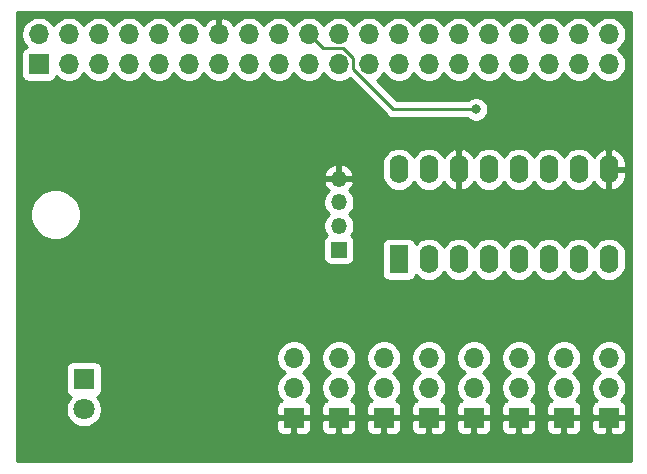
<source format=gbr>
G04 #@! TF.GenerationSoftware,KiCad,Pcbnew,5.1.5*
G04 #@! TF.CreationDate,2020-04-20T14:34:13-06:00*
G04 #@! TF.ProjectId,growbot,67726f77-626f-4742-9e6b-696361645f70,rev?*
G04 #@! TF.SameCoordinates,Original*
G04 #@! TF.FileFunction,Copper,L2,Bot*
G04 #@! TF.FilePolarity,Positive*
%FSLAX46Y46*%
G04 Gerber Fmt 4.6, Leading zero omitted, Abs format (unit mm)*
G04 Created by KiCad (PCBNEW 5.1.5) date 2020-04-20 14:34:13*
%MOMM*%
%LPD*%
G04 APERTURE LIST*
%ADD10O,1.600000X2.400000*%
%ADD11R,1.600000X2.400000*%
%ADD12O,1.350000X1.350000*%
%ADD13R,1.350000X1.350000*%
%ADD14O,1.700000X1.700000*%
%ADD15R,1.700000X1.700000*%
%ADD16C,1.800000*%
%ADD17R,1.800000X1.800000*%
%ADD18C,0.800000*%
%ADD19C,0.250000*%
%ADD20C,0.254000*%
G04 APERTURE END LIST*
D10*
X151130000Y-92710000D03*
X168910000Y-100330000D03*
X153670000Y-92710000D03*
X166370000Y-100330000D03*
X156210000Y-92710000D03*
X163830000Y-100330000D03*
X158750000Y-92710000D03*
X161290000Y-100330000D03*
X161290000Y-92710000D03*
X158750000Y-100330000D03*
X163830000Y-92710000D03*
X156210000Y-100330000D03*
X166370000Y-92710000D03*
X153670000Y-100330000D03*
X168910000Y-92710000D03*
D11*
X151130000Y-100330000D03*
D12*
X146050000Y-93505000D03*
X146050000Y-95505000D03*
X146050000Y-97505000D03*
D13*
X146050000Y-99505000D03*
D14*
X168910000Y-81280000D03*
X168910000Y-83820000D03*
X166370000Y-81280000D03*
X166370000Y-83820000D03*
X163830000Y-81280000D03*
X163830000Y-83820000D03*
X161290000Y-81280000D03*
X161290000Y-83820000D03*
X158750000Y-81280000D03*
X158750000Y-83820000D03*
X156210000Y-81280000D03*
X156210000Y-83820000D03*
X153670000Y-81280000D03*
X153670000Y-83820000D03*
X151130000Y-81280000D03*
X151130000Y-83820000D03*
X148590000Y-81280000D03*
X148590000Y-83820000D03*
X146050000Y-81280000D03*
X146050000Y-83820000D03*
X143510000Y-81280000D03*
X143510000Y-83820000D03*
X140970000Y-81280000D03*
X140970000Y-83820000D03*
X138430000Y-81280000D03*
X138430000Y-83820000D03*
X135890000Y-81280000D03*
X135890000Y-83820000D03*
X133350000Y-81280000D03*
X133350000Y-83820000D03*
X130810000Y-81280000D03*
X130810000Y-83820000D03*
X128270000Y-81280000D03*
X128270000Y-83820000D03*
X125730000Y-81280000D03*
X125730000Y-83820000D03*
X123190000Y-81280000D03*
X123190000Y-83820000D03*
X120650000Y-81280000D03*
D15*
X120650000Y-83820000D03*
D16*
X124460000Y-113030000D03*
D17*
X124460000Y-110490000D03*
D14*
X168910000Y-108664999D03*
X168910000Y-111204999D03*
D15*
X168910000Y-113744999D03*
D14*
X165100000Y-108664999D03*
X165100000Y-111204999D03*
D15*
X165100000Y-113744999D03*
D14*
X161290000Y-108664999D03*
X161290000Y-111204999D03*
D15*
X161290000Y-113744999D03*
D14*
X157480000Y-108664999D03*
X157480000Y-111204999D03*
D15*
X157480000Y-113744999D03*
D14*
X153670000Y-108664999D03*
X153670000Y-111204999D03*
D15*
X153670000Y-113744999D03*
D14*
X149860000Y-108664999D03*
X149860000Y-111204999D03*
D15*
X149860000Y-113744999D03*
D14*
X146050000Y-108664999D03*
X146050000Y-111204999D03*
D15*
X146050000Y-113744999D03*
X142240000Y-113744999D03*
D14*
X142240000Y-111204999D03*
X142240000Y-108664999D03*
D18*
X142240000Y-93980000D03*
X142240000Y-99060000D03*
X157660000Y-87630000D03*
D19*
X144685001Y-82455001D02*
X144359999Y-82129999D01*
X146424003Y-82455001D02*
X144685001Y-82455001D01*
X147225001Y-83255999D02*
X146424003Y-82455001D01*
X147225001Y-84194003D02*
X147225001Y-83255999D01*
X150660998Y-87630000D02*
X147225001Y-84194003D01*
X144359999Y-82129999D02*
X143510000Y-81280000D01*
X157660000Y-87630000D02*
X150660998Y-87630000D01*
D20*
G36*
X170765001Y-117425000D02*
G01*
X118795000Y-117425000D01*
X118795000Y-114594999D01*
X140751928Y-114594999D01*
X140764188Y-114719481D01*
X140800498Y-114839179D01*
X140859463Y-114949493D01*
X140938815Y-115046184D01*
X141035506Y-115125536D01*
X141145820Y-115184501D01*
X141265518Y-115220811D01*
X141390000Y-115233071D01*
X141954250Y-115229999D01*
X142113000Y-115071249D01*
X142113000Y-113871999D01*
X142367000Y-113871999D01*
X142367000Y-115071249D01*
X142525750Y-115229999D01*
X143090000Y-115233071D01*
X143214482Y-115220811D01*
X143334180Y-115184501D01*
X143444494Y-115125536D01*
X143541185Y-115046184D01*
X143620537Y-114949493D01*
X143679502Y-114839179D01*
X143715812Y-114719481D01*
X143728072Y-114594999D01*
X144561928Y-114594999D01*
X144574188Y-114719481D01*
X144610498Y-114839179D01*
X144669463Y-114949493D01*
X144748815Y-115046184D01*
X144845506Y-115125536D01*
X144955820Y-115184501D01*
X145075518Y-115220811D01*
X145200000Y-115233071D01*
X145764250Y-115229999D01*
X145923000Y-115071249D01*
X145923000Y-113871999D01*
X146177000Y-113871999D01*
X146177000Y-115071249D01*
X146335750Y-115229999D01*
X146900000Y-115233071D01*
X147024482Y-115220811D01*
X147144180Y-115184501D01*
X147254494Y-115125536D01*
X147351185Y-115046184D01*
X147430537Y-114949493D01*
X147489502Y-114839179D01*
X147525812Y-114719481D01*
X147538072Y-114594999D01*
X148371928Y-114594999D01*
X148384188Y-114719481D01*
X148420498Y-114839179D01*
X148479463Y-114949493D01*
X148558815Y-115046184D01*
X148655506Y-115125536D01*
X148765820Y-115184501D01*
X148885518Y-115220811D01*
X149010000Y-115233071D01*
X149574250Y-115229999D01*
X149733000Y-115071249D01*
X149733000Y-113871999D01*
X149987000Y-113871999D01*
X149987000Y-115071249D01*
X150145750Y-115229999D01*
X150710000Y-115233071D01*
X150834482Y-115220811D01*
X150954180Y-115184501D01*
X151064494Y-115125536D01*
X151161185Y-115046184D01*
X151240537Y-114949493D01*
X151299502Y-114839179D01*
X151335812Y-114719481D01*
X151348072Y-114594999D01*
X152181928Y-114594999D01*
X152194188Y-114719481D01*
X152230498Y-114839179D01*
X152289463Y-114949493D01*
X152368815Y-115046184D01*
X152465506Y-115125536D01*
X152575820Y-115184501D01*
X152695518Y-115220811D01*
X152820000Y-115233071D01*
X153384250Y-115229999D01*
X153543000Y-115071249D01*
X153543000Y-113871999D01*
X153797000Y-113871999D01*
X153797000Y-115071249D01*
X153955750Y-115229999D01*
X154520000Y-115233071D01*
X154644482Y-115220811D01*
X154764180Y-115184501D01*
X154874494Y-115125536D01*
X154971185Y-115046184D01*
X155050537Y-114949493D01*
X155109502Y-114839179D01*
X155145812Y-114719481D01*
X155158072Y-114594999D01*
X155991928Y-114594999D01*
X156004188Y-114719481D01*
X156040498Y-114839179D01*
X156099463Y-114949493D01*
X156178815Y-115046184D01*
X156275506Y-115125536D01*
X156385820Y-115184501D01*
X156505518Y-115220811D01*
X156630000Y-115233071D01*
X157194250Y-115229999D01*
X157353000Y-115071249D01*
X157353000Y-113871999D01*
X157607000Y-113871999D01*
X157607000Y-115071249D01*
X157765750Y-115229999D01*
X158330000Y-115233071D01*
X158454482Y-115220811D01*
X158574180Y-115184501D01*
X158684494Y-115125536D01*
X158781185Y-115046184D01*
X158860537Y-114949493D01*
X158919502Y-114839179D01*
X158955812Y-114719481D01*
X158968072Y-114594999D01*
X159801928Y-114594999D01*
X159814188Y-114719481D01*
X159850498Y-114839179D01*
X159909463Y-114949493D01*
X159988815Y-115046184D01*
X160085506Y-115125536D01*
X160195820Y-115184501D01*
X160315518Y-115220811D01*
X160440000Y-115233071D01*
X161004250Y-115229999D01*
X161163000Y-115071249D01*
X161163000Y-113871999D01*
X161417000Y-113871999D01*
X161417000Y-115071249D01*
X161575750Y-115229999D01*
X162140000Y-115233071D01*
X162264482Y-115220811D01*
X162384180Y-115184501D01*
X162494494Y-115125536D01*
X162591185Y-115046184D01*
X162670537Y-114949493D01*
X162729502Y-114839179D01*
X162765812Y-114719481D01*
X162778072Y-114594999D01*
X163611928Y-114594999D01*
X163624188Y-114719481D01*
X163660498Y-114839179D01*
X163719463Y-114949493D01*
X163798815Y-115046184D01*
X163895506Y-115125536D01*
X164005820Y-115184501D01*
X164125518Y-115220811D01*
X164250000Y-115233071D01*
X164814250Y-115229999D01*
X164973000Y-115071249D01*
X164973000Y-113871999D01*
X165227000Y-113871999D01*
X165227000Y-115071249D01*
X165385750Y-115229999D01*
X165950000Y-115233071D01*
X166074482Y-115220811D01*
X166194180Y-115184501D01*
X166304494Y-115125536D01*
X166401185Y-115046184D01*
X166480537Y-114949493D01*
X166539502Y-114839179D01*
X166575812Y-114719481D01*
X166588072Y-114594999D01*
X167421928Y-114594999D01*
X167434188Y-114719481D01*
X167470498Y-114839179D01*
X167529463Y-114949493D01*
X167608815Y-115046184D01*
X167705506Y-115125536D01*
X167815820Y-115184501D01*
X167935518Y-115220811D01*
X168060000Y-115233071D01*
X168624250Y-115229999D01*
X168783000Y-115071249D01*
X168783000Y-113871999D01*
X169037000Y-113871999D01*
X169037000Y-115071249D01*
X169195750Y-115229999D01*
X169760000Y-115233071D01*
X169884482Y-115220811D01*
X170004180Y-115184501D01*
X170114494Y-115125536D01*
X170211185Y-115046184D01*
X170290537Y-114949493D01*
X170349502Y-114839179D01*
X170385812Y-114719481D01*
X170398072Y-114594999D01*
X170395000Y-114030749D01*
X170236250Y-113871999D01*
X169037000Y-113871999D01*
X168783000Y-113871999D01*
X167583750Y-113871999D01*
X167425000Y-114030749D01*
X167421928Y-114594999D01*
X166588072Y-114594999D01*
X166585000Y-114030749D01*
X166426250Y-113871999D01*
X165227000Y-113871999D01*
X164973000Y-113871999D01*
X163773750Y-113871999D01*
X163615000Y-114030749D01*
X163611928Y-114594999D01*
X162778072Y-114594999D01*
X162775000Y-114030749D01*
X162616250Y-113871999D01*
X161417000Y-113871999D01*
X161163000Y-113871999D01*
X159963750Y-113871999D01*
X159805000Y-114030749D01*
X159801928Y-114594999D01*
X158968072Y-114594999D01*
X158965000Y-114030749D01*
X158806250Y-113871999D01*
X157607000Y-113871999D01*
X157353000Y-113871999D01*
X156153750Y-113871999D01*
X155995000Y-114030749D01*
X155991928Y-114594999D01*
X155158072Y-114594999D01*
X155155000Y-114030749D01*
X154996250Y-113871999D01*
X153797000Y-113871999D01*
X153543000Y-113871999D01*
X152343750Y-113871999D01*
X152185000Y-114030749D01*
X152181928Y-114594999D01*
X151348072Y-114594999D01*
X151345000Y-114030749D01*
X151186250Y-113871999D01*
X149987000Y-113871999D01*
X149733000Y-113871999D01*
X148533750Y-113871999D01*
X148375000Y-114030749D01*
X148371928Y-114594999D01*
X147538072Y-114594999D01*
X147535000Y-114030749D01*
X147376250Y-113871999D01*
X146177000Y-113871999D01*
X145923000Y-113871999D01*
X144723750Y-113871999D01*
X144565000Y-114030749D01*
X144561928Y-114594999D01*
X143728072Y-114594999D01*
X143725000Y-114030749D01*
X143566250Y-113871999D01*
X142367000Y-113871999D01*
X142113000Y-113871999D01*
X140913750Y-113871999D01*
X140755000Y-114030749D01*
X140751928Y-114594999D01*
X118795000Y-114594999D01*
X118795000Y-109590000D01*
X122921928Y-109590000D01*
X122921928Y-111390000D01*
X122934188Y-111514482D01*
X122970498Y-111634180D01*
X123029463Y-111744494D01*
X123108815Y-111841185D01*
X123205506Y-111920537D01*
X123315820Y-111979502D01*
X123334127Y-111985056D01*
X123267688Y-112051495D01*
X123099701Y-112302905D01*
X122983989Y-112582257D01*
X122925000Y-112878816D01*
X122925000Y-113181184D01*
X122983989Y-113477743D01*
X123099701Y-113757095D01*
X123267688Y-114008505D01*
X123481495Y-114222312D01*
X123732905Y-114390299D01*
X124012257Y-114506011D01*
X124308816Y-114565000D01*
X124611184Y-114565000D01*
X124907743Y-114506011D01*
X125187095Y-114390299D01*
X125438505Y-114222312D01*
X125652312Y-114008505D01*
X125820299Y-113757095D01*
X125936011Y-113477743D01*
X125995000Y-113181184D01*
X125995000Y-112894999D01*
X140751928Y-112894999D01*
X140755000Y-113459249D01*
X140913750Y-113617999D01*
X142113000Y-113617999D01*
X142113000Y-113597999D01*
X142367000Y-113597999D01*
X142367000Y-113617999D01*
X143566250Y-113617999D01*
X143725000Y-113459249D01*
X143728072Y-112894999D01*
X144561928Y-112894999D01*
X144565000Y-113459249D01*
X144723750Y-113617999D01*
X145923000Y-113617999D01*
X145923000Y-113597999D01*
X146177000Y-113597999D01*
X146177000Y-113617999D01*
X147376250Y-113617999D01*
X147535000Y-113459249D01*
X147538072Y-112894999D01*
X148371928Y-112894999D01*
X148375000Y-113459249D01*
X148533750Y-113617999D01*
X149733000Y-113617999D01*
X149733000Y-113597999D01*
X149987000Y-113597999D01*
X149987000Y-113617999D01*
X151186250Y-113617999D01*
X151345000Y-113459249D01*
X151348072Y-112894999D01*
X152181928Y-112894999D01*
X152185000Y-113459249D01*
X152343750Y-113617999D01*
X153543000Y-113617999D01*
X153543000Y-113597999D01*
X153797000Y-113597999D01*
X153797000Y-113617999D01*
X154996250Y-113617999D01*
X155155000Y-113459249D01*
X155158072Y-112894999D01*
X155991928Y-112894999D01*
X155995000Y-113459249D01*
X156153750Y-113617999D01*
X157353000Y-113617999D01*
X157353000Y-113597999D01*
X157607000Y-113597999D01*
X157607000Y-113617999D01*
X158806250Y-113617999D01*
X158965000Y-113459249D01*
X158968072Y-112894999D01*
X159801928Y-112894999D01*
X159805000Y-113459249D01*
X159963750Y-113617999D01*
X161163000Y-113617999D01*
X161163000Y-113597999D01*
X161417000Y-113597999D01*
X161417000Y-113617999D01*
X162616250Y-113617999D01*
X162775000Y-113459249D01*
X162778072Y-112894999D01*
X163611928Y-112894999D01*
X163615000Y-113459249D01*
X163773750Y-113617999D01*
X164973000Y-113617999D01*
X164973000Y-113597999D01*
X165227000Y-113597999D01*
X165227000Y-113617999D01*
X166426250Y-113617999D01*
X166585000Y-113459249D01*
X166588072Y-112894999D01*
X167421928Y-112894999D01*
X167425000Y-113459249D01*
X167583750Y-113617999D01*
X168783000Y-113617999D01*
X168783000Y-113597999D01*
X169037000Y-113597999D01*
X169037000Y-113617999D01*
X170236250Y-113617999D01*
X170395000Y-113459249D01*
X170398072Y-112894999D01*
X170385812Y-112770517D01*
X170349502Y-112650819D01*
X170290537Y-112540505D01*
X170211185Y-112443814D01*
X170114494Y-112364462D01*
X170004180Y-112305497D01*
X169931620Y-112283486D01*
X170063475Y-112151631D01*
X170225990Y-111908410D01*
X170337932Y-111638157D01*
X170395000Y-111351259D01*
X170395000Y-111058739D01*
X170337932Y-110771841D01*
X170225990Y-110501588D01*
X170063475Y-110258367D01*
X169856632Y-110051524D01*
X169682240Y-109934999D01*
X169856632Y-109818474D01*
X170063475Y-109611631D01*
X170225990Y-109368410D01*
X170337932Y-109098157D01*
X170395000Y-108811259D01*
X170395000Y-108518739D01*
X170337932Y-108231841D01*
X170225990Y-107961588D01*
X170063475Y-107718367D01*
X169856632Y-107511524D01*
X169613411Y-107349009D01*
X169343158Y-107237067D01*
X169056260Y-107179999D01*
X168763740Y-107179999D01*
X168476842Y-107237067D01*
X168206589Y-107349009D01*
X167963368Y-107511524D01*
X167756525Y-107718367D01*
X167594010Y-107961588D01*
X167482068Y-108231841D01*
X167425000Y-108518739D01*
X167425000Y-108811259D01*
X167482068Y-109098157D01*
X167594010Y-109368410D01*
X167756525Y-109611631D01*
X167963368Y-109818474D01*
X168137760Y-109934999D01*
X167963368Y-110051524D01*
X167756525Y-110258367D01*
X167594010Y-110501588D01*
X167482068Y-110771841D01*
X167425000Y-111058739D01*
X167425000Y-111351259D01*
X167482068Y-111638157D01*
X167594010Y-111908410D01*
X167756525Y-112151631D01*
X167888380Y-112283486D01*
X167815820Y-112305497D01*
X167705506Y-112364462D01*
X167608815Y-112443814D01*
X167529463Y-112540505D01*
X167470498Y-112650819D01*
X167434188Y-112770517D01*
X167421928Y-112894999D01*
X166588072Y-112894999D01*
X166575812Y-112770517D01*
X166539502Y-112650819D01*
X166480537Y-112540505D01*
X166401185Y-112443814D01*
X166304494Y-112364462D01*
X166194180Y-112305497D01*
X166121620Y-112283486D01*
X166253475Y-112151631D01*
X166415990Y-111908410D01*
X166527932Y-111638157D01*
X166585000Y-111351259D01*
X166585000Y-111058739D01*
X166527932Y-110771841D01*
X166415990Y-110501588D01*
X166253475Y-110258367D01*
X166046632Y-110051524D01*
X165872240Y-109934999D01*
X166046632Y-109818474D01*
X166253475Y-109611631D01*
X166415990Y-109368410D01*
X166527932Y-109098157D01*
X166585000Y-108811259D01*
X166585000Y-108518739D01*
X166527932Y-108231841D01*
X166415990Y-107961588D01*
X166253475Y-107718367D01*
X166046632Y-107511524D01*
X165803411Y-107349009D01*
X165533158Y-107237067D01*
X165246260Y-107179999D01*
X164953740Y-107179999D01*
X164666842Y-107237067D01*
X164396589Y-107349009D01*
X164153368Y-107511524D01*
X163946525Y-107718367D01*
X163784010Y-107961588D01*
X163672068Y-108231841D01*
X163615000Y-108518739D01*
X163615000Y-108811259D01*
X163672068Y-109098157D01*
X163784010Y-109368410D01*
X163946525Y-109611631D01*
X164153368Y-109818474D01*
X164327760Y-109934999D01*
X164153368Y-110051524D01*
X163946525Y-110258367D01*
X163784010Y-110501588D01*
X163672068Y-110771841D01*
X163615000Y-111058739D01*
X163615000Y-111351259D01*
X163672068Y-111638157D01*
X163784010Y-111908410D01*
X163946525Y-112151631D01*
X164078380Y-112283486D01*
X164005820Y-112305497D01*
X163895506Y-112364462D01*
X163798815Y-112443814D01*
X163719463Y-112540505D01*
X163660498Y-112650819D01*
X163624188Y-112770517D01*
X163611928Y-112894999D01*
X162778072Y-112894999D01*
X162765812Y-112770517D01*
X162729502Y-112650819D01*
X162670537Y-112540505D01*
X162591185Y-112443814D01*
X162494494Y-112364462D01*
X162384180Y-112305497D01*
X162311620Y-112283486D01*
X162443475Y-112151631D01*
X162605990Y-111908410D01*
X162717932Y-111638157D01*
X162775000Y-111351259D01*
X162775000Y-111058739D01*
X162717932Y-110771841D01*
X162605990Y-110501588D01*
X162443475Y-110258367D01*
X162236632Y-110051524D01*
X162062240Y-109934999D01*
X162236632Y-109818474D01*
X162443475Y-109611631D01*
X162605990Y-109368410D01*
X162717932Y-109098157D01*
X162775000Y-108811259D01*
X162775000Y-108518739D01*
X162717932Y-108231841D01*
X162605990Y-107961588D01*
X162443475Y-107718367D01*
X162236632Y-107511524D01*
X161993411Y-107349009D01*
X161723158Y-107237067D01*
X161436260Y-107179999D01*
X161143740Y-107179999D01*
X160856842Y-107237067D01*
X160586589Y-107349009D01*
X160343368Y-107511524D01*
X160136525Y-107718367D01*
X159974010Y-107961588D01*
X159862068Y-108231841D01*
X159805000Y-108518739D01*
X159805000Y-108811259D01*
X159862068Y-109098157D01*
X159974010Y-109368410D01*
X160136525Y-109611631D01*
X160343368Y-109818474D01*
X160517760Y-109934999D01*
X160343368Y-110051524D01*
X160136525Y-110258367D01*
X159974010Y-110501588D01*
X159862068Y-110771841D01*
X159805000Y-111058739D01*
X159805000Y-111351259D01*
X159862068Y-111638157D01*
X159974010Y-111908410D01*
X160136525Y-112151631D01*
X160268380Y-112283486D01*
X160195820Y-112305497D01*
X160085506Y-112364462D01*
X159988815Y-112443814D01*
X159909463Y-112540505D01*
X159850498Y-112650819D01*
X159814188Y-112770517D01*
X159801928Y-112894999D01*
X158968072Y-112894999D01*
X158955812Y-112770517D01*
X158919502Y-112650819D01*
X158860537Y-112540505D01*
X158781185Y-112443814D01*
X158684494Y-112364462D01*
X158574180Y-112305497D01*
X158501620Y-112283486D01*
X158633475Y-112151631D01*
X158795990Y-111908410D01*
X158907932Y-111638157D01*
X158965000Y-111351259D01*
X158965000Y-111058739D01*
X158907932Y-110771841D01*
X158795990Y-110501588D01*
X158633475Y-110258367D01*
X158426632Y-110051524D01*
X158252240Y-109934999D01*
X158426632Y-109818474D01*
X158633475Y-109611631D01*
X158795990Y-109368410D01*
X158907932Y-109098157D01*
X158965000Y-108811259D01*
X158965000Y-108518739D01*
X158907932Y-108231841D01*
X158795990Y-107961588D01*
X158633475Y-107718367D01*
X158426632Y-107511524D01*
X158183411Y-107349009D01*
X157913158Y-107237067D01*
X157626260Y-107179999D01*
X157333740Y-107179999D01*
X157046842Y-107237067D01*
X156776589Y-107349009D01*
X156533368Y-107511524D01*
X156326525Y-107718367D01*
X156164010Y-107961588D01*
X156052068Y-108231841D01*
X155995000Y-108518739D01*
X155995000Y-108811259D01*
X156052068Y-109098157D01*
X156164010Y-109368410D01*
X156326525Y-109611631D01*
X156533368Y-109818474D01*
X156707760Y-109934999D01*
X156533368Y-110051524D01*
X156326525Y-110258367D01*
X156164010Y-110501588D01*
X156052068Y-110771841D01*
X155995000Y-111058739D01*
X155995000Y-111351259D01*
X156052068Y-111638157D01*
X156164010Y-111908410D01*
X156326525Y-112151631D01*
X156458380Y-112283486D01*
X156385820Y-112305497D01*
X156275506Y-112364462D01*
X156178815Y-112443814D01*
X156099463Y-112540505D01*
X156040498Y-112650819D01*
X156004188Y-112770517D01*
X155991928Y-112894999D01*
X155158072Y-112894999D01*
X155145812Y-112770517D01*
X155109502Y-112650819D01*
X155050537Y-112540505D01*
X154971185Y-112443814D01*
X154874494Y-112364462D01*
X154764180Y-112305497D01*
X154691620Y-112283486D01*
X154823475Y-112151631D01*
X154985990Y-111908410D01*
X155097932Y-111638157D01*
X155155000Y-111351259D01*
X155155000Y-111058739D01*
X155097932Y-110771841D01*
X154985990Y-110501588D01*
X154823475Y-110258367D01*
X154616632Y-110051524D01*
X154442240Y-109934999D01*
X154616632Y-109818474D01*
X154823475Y-109611631D01*
X154985990Y-109368410D01*
X155097932Y-109098157D01*
X155155000Y-108811259D01*
X155155000Y-108518739D01*
X155097932Y-108231841D01*
X154985990Y-107961588D01*
X154823475Y-107718367D01*
X154616632Y-107511524D01*
X154373411Y-107349009D01*
X154103158Y-107237067D01*
X153816260Y-107179999D01*
X153523740Y-107179999D01*
X153236842Y-107237067D01*
X152966589Y-107349009D01*
X152723368Y-107511524D01*
X152516525Y-107718367D01*
X152354010Y-107961588D01*
X152242068Y-108231841D01*
X152185000Y-108518739D01*
X152185000Y-108811259D01*
X152242068Y-109098157D01*
X152354010Y-109368410D01*
X152516525Y-109611631D01*
X152723368Y-109818474D01*
X152897760Y-109934999D01*
X152723368Y-110051524D01*
X152516525Y-110258367D01*
X152354010Y-110501588D01*
X152242068Y-110771841D01*
X152185000Y-111058739D01*
X152185000Y-111351259D01*
X152242068Y-111638157D01*
X152354010Y-111908410D01*
X152516525Y-112151631D01*
X152648380Y-112283486D01*
X152575820Y-112305497D01*
X152465506Y-112364462D01*
X152368815Y-112443814D01*
X152289463Y-112540505D01*
X152230498Y-112650819D01*
X152194188Y-112770517D01*
X152181928Y-112894999D01*
X151348072Y-112894999D01*
X151335812Y-112770517D01*
X151299502Y-112650819D01*
X151240537Y-112540505D01*
X151161185Y-112443814D01*
X151064494Y-112364462D01*
X150954180Y-112305497D01*
X150881620Y-112283486D01*
X151013475Y-112151631D01*
X151175990Y-111908410D01*
X151287932Y-111638157D01*
X151345000Y-111351259D01*
X151345000Y-111058739D01*
X151287932Y-110771841D01*
X151175990Y-110501588D01*
X151013475Y-110258367D01*
X150806632Y-110051524D01*
X150632240Y-109934999D01*
X150806632Y-109818474D01*
X151013475Y-109611631D01*
X151175990Y-109368410D01*
X151287932Y-109098157D01*
X151345000Y-108811259D01*
X151345000Y-108518739D01*
X151287932Y-108231841D01*
X151175990Y-107961588D01*
X151013475Y-107718367D01*
X150806632Y-107511524D01*
X150563411Y-107349009D01*
X150293158Y-107237067D01*
X150006260Y-107179999D01*
X149713740Y-107179999D01*
X149426842Y-107237067D01*
X149156589Y-107349009D01*
X148913368Y-107511524D01*
X148706525Y-107718367D01*
X148544010Y-107961588D01*
X148432068Y-108231841D01*
X148375000Y-108518739D01*
X148375000Y-108811259D01*
X148432068Y-109098157D01*
X148544010Y-109368410D01*
X148706525Y-109611631D01*
X148913368Y-109818474D01*
X149087760Y-109934999D01*
X148913368Y-110051524D01*
X148706525Y-110258367D01*
X148544010Y-110501588D01*
X148432068Y-110771841D01*
X148375000Y-111058739D01*
X148375000Y-111351259D01*
X148432068Y-111638157D01*
X148544010Y-111908410D01*
X148706525Y-112151631D01*
X148838380Y-112283486D01*
X148765820Y-112305497D01*
X148655506Y-112364462D01*
X148558815Y-112443814D01*
X148479463Y-112540505D01*
X148420498Y-112650819D01*
X148384188Y-112770517D01*
X148371928Y-112894999D01*
X147538072Y-112894999D01*
X147525812Y-112770517D01*
X147489502Y-112650819D01*
X147430537Y-112540505D01*
X147351185Y-112443814D01*
X147254494Y-112364462D01*
X147144180Y-112305497D01*
X147071620Y-112283486D01*
X147203475Y-112151631D01*
X147365990Y-111908410D01*
X147477932Y-111638157D01*
X147535000Y-111351259D01*
X147535000Y-111058739D01*
X147477932Y-110771841D01*
X147365990Y-110501588D01*
X147203475Y-110258367D01*
X146996632Y-110051524D01*
X146822240Y-109934999D01*
X146996632Y-109818474D01*
X147203475Y-109611631D01*
X147365990Y-109368410D01*
X147477932Y-109098157D01*
X147535000Y-108811259D01*
X147535000Y-108518739D01*
X147477932Y-108231841D01*
X147365990Y-107961588D01*
X147203475Y-107718367D01*
X146996632Y-107511524D01*
X146753411Y-107349009D01*
X146483158Y-107237067D01*
X146196260Y-107179999D01*
X145903740Y-107179999D01*
X145616842Y-107237067D01*
X145346589Y-107349009D01*
X145103368Y-107511524D01*
X144896525Y-107718367D01*
X144734010Y-107961588D01*
X144622068Y-108231841D01*
X144565000Y-108518739D01*
X144565000Y-108811259D01*
X144622068Y-109098157D01*
X144734010Y-109368410D01*
X144896525Y-109611631D01*
X145103368Y-109818474D01*
X145277760Y-109934999D01*
X145103368Y-110051524D01*
X144896525Y-110258367D01*
X144734010Y-110501588D01*
X144622068Y-110771841D01*
X144565000Y-111058739D01*
X144565000Y-111351259D01*
X144622068Y-111638157D01*
X144734010Y-111908410D01*
X144896525Y-112151631D01*
X145028380Y-112283486D01*
X144955820Y-112305497D01*
X144845506Y-112364462D01*
X144748815Y-112443814D01*
X144669463Y-112540505D01*
X144610498Y-112650819D01*
X144574188Y-112770517D01*
X144561928Y-112894999D01*
X143728072Y-112894999D01*
X143715812Y-112770517D01*
X143679502Y-112650819D01*
X143620537Y-112540505D01*
X143541185Y-112443814D01*
X143444494Y-112364462D01*
X143334180Y-112305497D01*
X143261620Y-112283486D01*
X143393475Y-112151631D01*
X143555990Y-111908410D01*
X143667932Y-111638157D01*
X143725000Y-111351259D01*
X143725000Y-111058739D01*
X143667932Y-110771841D01*
X143555990Y-110501588D01*
X143393475Y-110258367D01*
X143186632Y-110051524D01*
X143012240Y-109934999D01*
X143186632Y-109818474D01*
X143393475Y-109611631D01*
X143555990Y-109368410D01*
X143667932Y-109098157D01*
X143725000Y-108811259D01*
X143725000Y-108518739D01*
X143667932Y-108231841D01*
X143555990Y-107961588D01*
X143393475Y-107718367D01*
X143186632Y-107511524D01*
X142943411Y-107349009D01*
X142673158Y-107237067D01*
X142386260Y-107179999D01*
X142093740Y-107179999D01*
X141806842Y-107237067D01*
X141536589Y-107349009D01*
X141293368Y-107511524D01*
X141086525Y-107718367D01*
X140924010Y-107961588D01*
X140812068Y-108231841D01*
X140755000Y-108518739D01*
X140755000Y-108811259D01*
X140812068Y-109098157D01*
X140924010Y-109368410D01*
X141086525Y-109611631D01*
X141293368Y-109818474D01*
X141467760Y-109934999D01*
X141293368Y-110051524D01*
X141086525Y-110258367D01*
X140924010Y-110501588D01*
X140812068Y-110771841D01*
X140755000Y-111058739D01*
X140755000Y-111351259D01*
X140812068Y-111638157D01*
X140924010Y-111908410D01*
X141086525Y-112151631D01*
X141218380Y-112283486D01*
X141145820Y-112305497D01*
X141035506Y-112364462D01*
X140938815Y-112443814D01*
X140859463Y-112540505D01*
X140800498Y-112650819D01*
X140764188Y-112770517D01*
X140751928Y-112894999D01*
X125995000Y-112894999D01*
X125995000Y-112878816D01*
X125936011Y-112582257D01*
X125820299Y-112302905D01*
X125652312Y-112051495D01*
X125585873Y-111985056D01*
X125604180Y-111979502D01*
X125714494Y-111920537D01*
X125811185Y-111841185D01*
X125890537Y-111744494D01*
X125949502Y-111634180D01*
X125985812Y-111514482D01*
X125998072Y-111390000D01*
X125998072Y-109590000D01*
X125985812Y-109465518D01*
X125949502Y-109345820D01*
X125890537Y-109235506D01*
X125811185Y-109138815D01*
X125714494Y-109059463D01*
X125604180Y-109000498D01*
X125484482Y-108964188D01*
X125360000Y-108951928D01*
X123560000Y-108951928D01*
X123435518Y-108964188D01*
X123315820Y-109000498D01*
X123205506Y-109059463D01*
X123108815Y-109138815D01*
X123029463Y-109235506D01*
X122970498Y-109345820D01*
X122934188Y-109465518D01*
X122921928Y-109590000D01*
X118795000Y-109590000D01*
X118795000Y-98830000D01*
X144736928Y-98830000D01*
X144736928Y-100180000D01*
X144749188Y-100304482D01*
X144785498Y-100424180D01*
X144844463Y-100534494D01*
X144923815Y-100631185D01*
X145020506Y-100710537D01*
X145130820Y-100769502D01*
X145250518Y-100805812D01*
X145375000Y-100818072D01*
X146725000Y-100818072D01*
X146849482Y-100805812D01*
X146969180Y-100769502D01*
X147079494Y-100710537D01*
X147176185Y-100631185D01*
X147255537Y-100534494D01*
X147314502Y-100424180D01*
X147350812Y-100304482D01*
X147363072Y-100180000D01*
X147363072Y-99130000D01*
X149691928Y-99130000D01*
X149691928Y-101530000D01*
X149704188Y-101654482D01*
X149740498Y-101774180D01*
X149799463Y-101884494D01*
X149878815Y-101981185D01*
X149975506Y-102060537D01*
X150085820Y-102119502D01*
X150205518Y-102155812D01*
X150330000Y-102168072D01*
X151930000Y-102168072D01*
X152054482Y-102155812D01*
X152174180Y-102119502D01*
X152284494Y-102060537D01*
X152381185Y-101981185D01*
X152460537Y-101884494D01*
X152519502Y-101774180D01*
X152555812Y-101654482D01*
X152557581Y-101636517D01*
X152650393Y-101749608D01*
X152868900Y-101928932D01*
X153118193Y-102062182D01*
X153388692Y-102144236D01*
X153670000Y-102171943D01*
X153951309Y-102144236D01*
X154221808Y-102062182D01*
X154471101Y-101928932D01*
X154689608Y-101749608D01*
X154868932Y-101531101D01*
X154940000Y-101398142D01*
X155011068Y-101531101D01*
X155190393Y-101749608D01*
X155408900Y-101928932D01*
X155658193Y-102062182D01*
X155928692Y-102144236D01*
X156210000Y-102171943D01*
X156491309Y-102144236D01*
X156761808Y-102062182D01*
X157011101Y-101928932D01*
X157229608Y-101749608D01*
X157408932Y-101531101D01*
X157480000Y-101398142D01*
X157551068Y-101531101D01*
X157730393Y-101749608D01*
X157948900Y-101928932D01*
X158198193Y-102062182D01*
X158468692Y-102144236D01*
X158750000Y-102171943D01*
X159031309Y-102144236D01*
X159301808Y-102062182D01*
X159551101Y-101928932D01*
X159769608Y-101749608D01*
X159948932Y-101531101D01*
X160020000Y-101398142D01*
X160091068Y-101531101D01*
X160270393Y-101749608D01*
X160488900Y-101928932D01*
X160738193Y-102062182D01*
X161008692Y-102144236D01*
X161290000Y-102171943D01*
X161571309Y-102144236D01*
X161841808Y-102062182D01*
X162091101Y-101928932D01*
X162309608Y-101749608D01*
X162488932Y-101531101D01*
X162560000Y-101398142D01*
X162631068Y-101531101D01*
X162810393Y-101749608D01*
X163028900Y-101928932D01*
X163278193Y-102062182D01*
X163548692Y-102144236D01*
X163830000Y-102171943D01*
X164111309Y-102144236D01*
X164381808Y-102062182D01*
X164631101Y-101928932D01*
X164849608Y-101749608D01*
X165028932Y-101531101D01*
X165100000Y-101398142D01*
X165171068Y-101531101D01*
X165350393Y-101749608D01*
X165568900Y-101928932D01*
X165818193Y-102062182D01*
X166088692Y-102144236D01*
X166370000Y-102171943D01*
X166651309Y-102144236D01*
X166921808Y-102062182D01*
X167171101Y-101928932D01*
X167389608Y-101749608D01*
X167568932Y-101531101D01*
X167640000Y-101398142D01*
X167711068Y-101531101D01*
X167890393Y-101749608D01*
X168108900Y-101928932D01*
X168358193Y-102062182D01*
X168628692Y-102144236D01*
X168910000Y-102171943D01*
X169191309Y-102144236D01*
X169461808Y-102062182D01*
X169711101Y-101928932D01*
X169929608Y-101749608D01*
X170108932Y-101531101D01*
X170242182Y-101281808D01*
X170324236Y-101011309D01*
X170345000Y-100800491D01*
X170345000Y-99859508D01*
X170324236Y-99648691D01*
X170242182Y-99378192D01*
X170108932Y-99128899D01*
X169929607Y-98910392D01*
X169711100Y-98731068D01*
X169461807Y-98597818D01*
X169191308Y-98515764D01*
X168910000Y-98488057D01*
X168628691Y-98515764D01*
X168358192Y-98597818D01*
X168108899Y-98731068D01*
X167890392Y-98910393D01*
X167711068Y-99128900D01*
X167640000Y-99261858D01*
X167568932Y-99128899D01*
X167389607Y-98910392D01*
X167171100Y-98731068D01*
X166921807Y-98597818D01*
X166651308Y-98515764D01*
X166370000Y-98488057D01*
X166088691Y-98515764D01*
X165818192Y-98597818D01*
X165568899Y-98731068D01*
X165350392Y-98910393D01*
X165171068Y-99128900D01*
X165100000Y-99261858D01*
X165028932Y-99128899D01*
X164849607Y-98910392D01*
X164631100Y-98731068D01*
X164381807Y-98597818D01*
X164111308Y-98515764D01*
X163830000Y-98488057D01*
X163548691Y-98515764D01*
X163278192Y-98597818D01*
X163028899Y-98731068D01*
X162810392Y-98910393D01*
X162631068Y-99128900D01*
X162560000Y-99261858D01*
X162488932Y-99128899D01*
X162309607Y-98910392D01*
X162091100Y-98731068D01*
X161841807Y-98597818D01*
X161571308Y-98515764D01*
X161290000Y-98488057D01*
X161008691Y-98515764D01*
X160738192Y-98597818D01*
X160488899Y-98731068D01*
X160270392Y-98910393D01*
X160091068Y-99128900D01*
X160020000Y-99261858D01*
X159948932Y-99128899D01*
X159769607Y-98910392D01*
X159551100Y-98731068D01*
X159301807Y-98597818D01*
X159031308Y-98515764D01*
X158750000Y-98488057D01*
X158468691Y-98515764D01*
X158198192Y-98597818D01*
X157948899Y-98731068D01*
X157730392Y-98910393D01*
X157551068Y-99128900D01*
X157480000Y-99261858D01*
X157408932Y-99128899D01*
X157229607Y-98910392D01*
X157011100Y-98731068D01*
X156761807Y-98597818D01*
X156491308Y-98515764D01*
X156210000Y-98488057D01*
X155928691Y-98515764D01*
X155658192Y-98597818D01*
X155408899Y-98731068D01*
X155190392Y-98910393D01*
X155011068Y-99128900D01*
X154940000Y-99261858D01*
X154868932Y-99128899D01*
X154689607Y-98910392D01*
X154471100Y-98731068D01*
X154221807Y-98597818D01*
X153951308Y-98515764D01*
X153670000Y-98488057D01*
X153388691Y-98515764D01*
X153118192Y-98597818D01*
X152868899Y-98731068D01*
X152650392Y-98910393D01*
X152557581Y-99023483D01*
X152555812Y-99005518D01*
X152519502Y-98885820D01*
X152460537Y-98775506D01*
X152381185Y-98678815D01*
X152284494Y-98599463D01*
X152174180Y-98540498D01*
X152054482Y-98504188D01*
X151930000Y-98491928D01*
X150330000Y-98491928D01*
X150205518Y-98504188D01*
X150085820Y-98540498D01*
X149975506Y-98599463D01*
X149878815Y-98678815D01*
X149799463Y-98775506D01*
X149740498Y-98885820D01*
X149704188Y-99005518D01*
X149691928Y-99130000D01*
X147363072Y-99130000D01*
X147363072Y-98830000D01*
X147350812Y-98705518D01*
X147314502Y-98585820D01*
X147255537Y-98475506D01*
X147176185Y-98378815D01*
X147089303Y-98307513D01*
X147210907Y-98125518D01*
X147309658Y-97887113D01*
X147360000Y-97634024D01*
X147360000Y-97375976D01*
X147309658Y-97122887D01*
X147210907Y-96884482D01*
X147067544Y-96669923D01*
X146902621Y-96505000D01*
X147067544Y-96340077D01*
X147210907Y-96125518D01*
X147309658Y-95887113D01*
X147360000Y-95634024D01*
X147360000Y-95375976D01*
X147309658Y-95122887D01*
X147210907Y-94884482D01*
X147067544Y-94669923D01*
X146895940Y-94498319D01*
X147028303Y-94376227D01*
X147179473Y-94168629D01*
X147287238Y-93935528D01*
X147317910Y-93834400D01*
X147194224Y-93632000D01*
X146177000Y-93632000D01*
X146177000Y-93652000D01*
X145923000Y-93652000D01*
X145923000Y-93632000D01*
X144905776Y-93632000D01*
X144782090Y-93834400D01*
X144812762Y-93935528D01*
X144920527Y-94168629D01*
X145071697Y-94376227D01*
X145204060Y-94498319D01*
X145032456Y-94669923D01*
X144889093Y-94884482D01*
X144790342Y-95122887D01*
X144740000Y-95375976D01*
X144740000Y-95634024D01*
X144790342Y-95887113D01*
X144889093Y-96125518D01*
X145032456Y-96340077D01*
X145197379Y-96505000D01*
X145032456Y-96669923D01*
X144889093Y-96884482D01*
X144790342Y-97122887D01*
X144740000Y-97375976D01*
X144740000Y-97634024D01*
X144790342Y-97887113D01*
X144889093Y-98125518D01*
X145010697Y-98307513D01*
X144923815Y-98378815D01*
X144844463Y-98475506D01*
X144785498Y-98585820D01*
X144749188Y-98705518D01*
X144736928Y-98830000D01*
X118795000Y-98830000D01*
X118795000Y-96309721D01*
X119915000Y-96309721D01*
X119915000Y-96730279D01*
X119997047Y-97142756D01*
X120157988Y-97531302D01*
X120391637Y-97880983D01*
X120689017Y-98178363D01*
X121038698Y-98412012D01*
X121427244Y-98572953D01*
X121839721Y-98655000D01*
X122260279Y-98655000D01*
X122672756Y-98572953D01*
X123061302Y-98412012D01*
X123410983Y-98178363D01*
X123708363Y-97880983D01*
X123942012Y-97531302D01*
X124102953Y-97142756D01*
X124185000Y-96730279D01*
X124185000Y-96309721D01*
X124102953Y-95897244D01*
X123942012Y-95508698D01*
X123708363Y-95159017D01*
X123410983Y-94861637D01*
X123061302Y-94627988D01*
X122672756Y-94467047D01*
X122260279Y-94385000D01*
X121839721Y-94385000D01*
X121427244Y-94467047D01*
X121038698Y-94627988D01*
X120689017Y-94861637D01*
X120391637Y-95159017D01*
X120157988Y-95508698D01*
X119997047Y-95897244D01*
X119915000Y-96309721D01*
X118795000Y-96309721D01*
X118795000Y-93175600D01*
X144782090Y-93175600D01*
X144905776Y-93378000D01*
X145923000Y-93378000D01*
X145923000Y-92359915D01*
X146177000Y-92359915D01*
X146177000Y-93378000D01*
X147194224Y-93378000D01*
X147317910Y-93175600D01*
X147287238Y-93074472D01*
X147179473Y-92841371D01*
X147028303Y-92633773D01*
X146839537Y-92459656D01*
X146620430Y-92325711D01*
X146385994Y-92239509D01*
X149695000Y-92239509D01*
X149695000Y-93180492D01*
X149715764Y-93391309D01*
X149797818Y-93661808D01*
X149931068Y-93911101D01*
X150110393Y-94129608D01*
X150328900Y-94308932D01*
X150578193Y-94442182D01*
X150848692Y-94524236D01*
X151130000Y-94551943D01*
X151411309Y-94524236D01*
X151681808Y-94442182D01*
X151931101Y-94308932D01*
X152149608Y-94129608D01*
X152328932Y-93911101D01*
X152400000Y-93778142D01*
X152471068Y-93911101D01*
X152650393Y-94129608D01*
X152868900Y-94308932D01*
X153118193Y-94442182D01*
X153388692Y-94524236D01*
X153670000Y-94551943D01*
X153951309Y-94524236D01*
X154221808Y-94442182D01*
X154471101Y-94308932D01*
X154689608Y-94129608D01*
X154868932Y-93911101D01*
X154937265Y-93783259D01*
X155087399Y-94012839D01*
X155285105Y-94214500D01*
X155518354Y-94373715D01*
X155778182Y-94484367D01*
X155860961Y-94501904D01*
X156083000Y-94379915D01*
X156083000Y-92837000D01*
X156063000Y-92837000D01*
X156063000Y-92583000D01*
X156083000Y-92583000D01*
X156083000Y-91040085D01*
X156337000Y-91040085D01*
X156337000Y-92583000D01*
X156357000Y-92583000D01*
X156357000Y-92837000D01*
X156337000Y-92837000D01*
X156337000Y-94379915D01*
X156559039Y-94501904D01*
X156641818Y-94484367D01*
X156901646Y-94373715D01*
X157134895Y-94214500D01*
X157332601Y-94012839D01*
X157482735Y-93783259D01*
X157551068Y-93911101D01*
X157730393Y-94129608D01*
X157948900Y-94308932D01*
X158198193Y-94442182D01*
X158468692Y-94524236D01*
X158750000Y-94551943D01*
X159031309Y-94524236D01*
X159301808Y-94442182D01*
X159551101Y-94308932D01*
X159769608Y-94129608D01*
X159948932Y-93911101D01*
X160020000Y-93778142D01*
X160091068Y-93911101D01*
X160270393Y-94129608D01*
X160488900Y-94308932D01*
X160738193Y-94442182D01*
X161008692Y-94524236D01*
X161290000Y-94551943D01*
X161571309Y-94524236D01*
X161841808Y-94442182D01*
X162091101Y-94308932D01*
X162309608Y-94129608D01*
X162488932Y-93911101D01*
X162560000Y-93778142D01*
X162631068Y-93911101D01*
X162810393Y-94129608D01*
X163028900Y-94308932D01*
X163278193Y-94442182D01*
X163548692Y-94524236D01*
X163830000Y-94551943D01*
X164111309Y-94524236D01*
X164381808Y-94442182D01*
X164631101Y-94308932D01*
X164849608Y-94129608D01*
X165028932Y-93911101D01*
X165100000Y-93778142D01*
X165171068Y-93911101D01*
X165350393Y-94129608D01*
X165568900Y-94308932D01*
X165818193Y-94442182D01*
X166088692Y-94524236D01*
X166370000Y-94551943D01*
X166651309Y-94524236D01*
X166921808Y-94442182D01*
X167171101Y-94308932D01*
X167389608Y-94129608D01*
X167568932Y-93911101D01*
X167637265Y-93783259D01*
X167787399Y-94012839D01*
X167985105Y-94214500D01*
X168218354Y-94373715D01*
X168478182Y-94484367D01*
X168560961Y-94501904D01*
X168783000Y-94379915D01*
X168783000Y-92837000D01*
X169037000Y-92837000D01*
X169037000Y-94379915D01*
X169259039Y-94501904D01*
X169341818Y-94484367D01*
X169601646Y-94373715D01*
X169834895Y-94214500D01*
X170032601Y-94012839D01*
X170187166Y-93776483D01*
X170292650Y-93514514D01*
X170345000Y-93237000D01*
X170345000Y-92837000D01*
X169037000Y-92837000D01*
X168783000Y-92837000D01*
X168763000Y-92837000D01*
X168763000Y-92583000D01*
X168783000Y-92583000D01*
X168783000Y-91040085D01*
X169037000Y-91040085D01*
X169037000Y-92583000D01*
X170345000Y-92583000D01*
X170345000Y-92183000D01*
X170292650Y-91905486D01*
X170187166Y-91643517D01*
X170032601Y-91407161D01*
X169834895Y-91205500D01*
X169601646Y-91046285D01*
X169341818Y-90935633D01*
X169259039Y-90918096D01*
X169037000Y-91040085D01*
X168783000Y-91040085D01*
X168560961Y-90918096D01*
X168478182Y-90935633D01*
X168218354Y-91046285D01*
X167985105Y-91205500D01*
X167787399Y-91407161D01*
X167637265Y-91636741D01*
X167568932Y-91508899D01*
X167389607Y-91290392D01*
X167171100Y-91111068D01*
X166921807Y-90977818D01*
X166651308Y-90895764D01*
X166370000Y-90868057D01*
X166088691Y-90895764D01*
X165818192Y-90977818D01*
X165568899Y-91111068D01*
X165350392Y-91290393D01*
X165171068Y-91508900D01*
X165100000Y-91641858D01*
X165028932Y-91508899D01*
X164849607Y-91290392D01*
X164631100Y-91111068D01*
X164381807Y-90977818D01*
X164111308Y-90895764D01*
X163830000Y-90868057D01*
X163548691Y-90895764D01*
X163278192Y-90977818D01*
X163028899Y-91111068D01*
X162810392Y-91290393D01*
X162631068Y-91508900D01*
X162560000Y-91641858D01*
X162488932Y-91508899D01*
X162309607Y-91290392D01*
X162091100Y-91111068D01*
X161841807Y-90977818D01*
X161571308Y-90895764D01*
X161290000Y-90868057D01*
X161008691Y-90895764D01*
X160738192Y-90977818D01*
X160488899Y-91111068D01*
X160270392Y-91290393D01*
X160091068Y-91508900D01*
X160020000Y-91641858D01*
X159948932Y-91508899D01*
X159769607Y-91290392D01*
X159551100Y-91111068D01*
X159301807Y-90977818D01*
X159031308Y-90895764D01*
X158750000Y-90868057D01*
X158468691Y-90895764D01*
X158198192Y-90977818D01*
X157948899Y-91111068D01*
X157730392Y-91290393D01*
X157551068Y-91508900D01*
X157482735Y-91636742D01*
X157332601Y-91407161D01*
X157134895Y-91205500D01*
X156901646Y-91046285D01*
X156641818Y-90935633D01*
X156559039Y-90918096D01*
X156337000Y-91040085D01*
X156083000Y-91040085D01*
X155860961Y-90918096D01*
X155778182Y-90935633D01*
X155518354Y-91046285D01*
X155285105Y-91205500D01*
X155087399Y-91407161D01*
X154937265Y-91636741D01*
X154868932Y-91508899D01*
X154689607Y-91290392D01*
X154471100Y-91111068D01*
X154221807Y-90977818D01*
X153951308Y-90895764D01*
X153670000Y-90868057D01*
X153388691Y-90895764D01*
X153118192Y-90977818D01*
X152868899Y-91111068D01*
X152650392Y-91290393D01*
X152471068Y-91508900D01*
X152400000Y-91641858D01*
X152328932Y-91508899D01*
X152149607Y-91290392D01*
X151931100Y-91111068D01*
X151681807Y-90977818D01*
X151411308Y-90895764D01*
X151130000Y-90868057D01*
X150848691Y-90895764D01*
X150578192Y-90977818D01*
X150328899Y-91111068D01*
X150110392Y-91290393D01*
X149931068Y-91508900D01*
X149797818Y-91758193D01*
X149715764Y-92028692D01*
X149695000Y-92239509D01*
X146385994Y-92239509D01*
X146379401Y-92237085D01*
X146177000Y-92359915D01*
X145923000Y-92359915D01*
X145720599Y-92237085D01*
X145479570Y-92325711D01*
X145260463Y-92459656D01*
X145071697Y-92633773D01*
X144920527Y-92841371D01*
X144812762Y-93074472D01*
X144782090Y-93175600D01*
X118795000Y-93175600D01*
X118795000Y-82970000D01*
X119161928Y-82970000D01*
X119161928Y-84670000D01*
X119174188Y-84794482D01*
X119210498Y-84914180D01*
X119269463Y-85024494D01*
X119348815Y-85121185D01*
X119445506Y-85200537D01*
X119555820Y-85259502D01*
X119675518Y-85295812D01*
X119800000Y-85308072D01*
X121500000Y-85308072D01*
X121624482Y-85295812D01*
X121744180Y-85259502D01*
X121854494Y-85200537D01*
X121951185Y-85121185D01*
X122030537Y-85024494D01*
X122089502Y-84914180D01*
X122111513Y-84841620D01*
X122243368Y-84973475D01*
X122486589Y-85135990D01*
X122756842Y-85247932D01*
X123043740Y-85305000D01*
X123336260Y-85305000D01*
X123623158Y-85247932D01*
X123893411Y-85135990D01*
X124136632Y-84973475D01*
X124343475Y-84766632D01*
X124460000Y-84592240D01*
X124576525Y-84766632D01*
X124783368Y-84973475D01*
X125026589Y-85135990D01*
X125296842Y-85247932D01*
X125583740Y-85305000D01*
X125876260Y-85305000D01*
X126163158Y-85247932D01*
X126433411Y-85135990D01*
X126676632Y-84973475D01*
X126883475Y-84766632D01*
X127000000Y-84592240D01*
X127116525Y-84766632D01*
X127323368Y-84973475D01*
X127566589Y-85135990D01*
X127836842Y-85247932D01*
X128123740Y-85305000D01*
X128416260Y-85305000D01*
X128703158Y-85247932D01*
X128973411Y-85135990D01*
X129216632Y-84973475D01*
X129423475Y-84766632D01*
X129540000Y-84592240D01*
X129656525Y-84766632D01*
X129863368Y-84973475D01*
X130106589Y-85135990D01*
X130376842Y-85247932D01*
X130663740Y-85305000D01*
X130956260Y-85305000D01*
X131243158Y-85247932D01*
X131513411Y-85135990D01*
X131756632Y-84973475D01*
X131963475Y-84766632D01*
X132080000Y-84592240D01*
X132196525Y-84766632D01*
X132403368Y-84973475D01*
X132646589Y-85135990D01*
X132916842Y-85247932D01*
X133203740Y-85305000D01*
X133496260Y-85305000D01*
X133783158Y-85247932D01*
X134053411Y-85135990D01*
X134296632Y-84973475D01*
X134503475Y-84766632D01*
X134620000Y-84592240D01*
X134736525Y-84766632D01*
X134943368Y-84973475D01*
X135186589Y-85135990D01*
X135456842Y-85247932D01*
X135743740Y-85305000D01*
X136036260Y-85305000D01*
X136323158Y-85247932D01*
X136593411Y-85135990D01*
X136836632Y-84973475D01*
X137043475Y-84766632D01*
X137160000Y-84592240D01*
X137276525Y-84766632D01*
X137483368Y-84973475D01*
X137726589Y-85135990D01*
X137996842Y-85247932D01*
X138283740Y-85305000D01*
X138576260Y-85305000D01*
X138863158Y-85247932D01*
X139133411Y-85135990D01*
X139376632Y-84973475D01*
X139583475Y-84766632D01*
X139700000Y-84592240D01*
X139816525Y-84766632D01*
X140023368Y-84973475D01*
X140266589Y-85135990D01*
X140536842Y-85247932D01*
X140823740Y-85305000D01*
X141116260Y-85305000D01*
X141403158Y-85247932D01*
X141673411Y-85135990D01*
X141916632Y-84973475D01*
X142123475Y-84766632D01*
X142240000Y-84592240D01*
X142356525Y-84766632D01*
X142563368Y-84973475D01*
X142806589Y-85135990D01*
X143076842Y-85247932D01*
X143363740Y-85305000D01*
X143656260Y-85305000D01*
X143943158Y-85247932D01*
X144213411Y-85135990D01*
X144456632Y-84973475D01*
X144663475Y-84766632D01*
X144780000Y-84592240D01*
X144896525Y-84766632D01*
X145103368Y-84973475D01*
X145346589Y-85135990D01*
X145616842Y-85247932D01*
X145903740Y-85305000D01*
X146196260Y-85305000D01*
X146483158Y-85247932D01*
X146753411Y-85135990D01*
X146956492Y-85000295D01*
X150097199Y-88141003D01*
X150120997Y-88170001D01*
X150149995Y-88193799D01*
X150236722Y-88264974D01*
X150368751Y-88335546D01*
X150512012Y-88379003D01*
X150660998Y-88393677D01*
X150698331Y-88390000D01*
X156956289Y-88390000D01*
X157000226Y-88433937D01*
X157169744Y-88547205D01*
X157358102Y-88625226D01*
X157558061Y-88665000D01*
X157761939Y-88665000D01*
X157961898Y-88625226D01*
X158150256Y-88547205D01*
X158319774Y-88433937D01*
X158463937Y-88289774D01*
X158577205Y-88120256D01*
X158655226Y-87931898D01*
X158695000Y-87731939D01*
X158695000Y-87528061D01*
X158655226Y-87328102D01*
X158577205Y-87139744D01*
X158463937Y-86970226D01*
X158319774Y-86826063D01*
X158150256Y-86712795D01*
X157961898Y-86634774D01*
X157761939Y-86595000D01*
X157558061Y-86595000D01*
X157358102Y-86634774D01*
X157169744Y-86712795D01*
X157000226Y-86826063D01*
X156956289Y-86870000D01*
X150975800Y-86870000D01*
X149256909Y-85151110D01*
X149293411Y-85135990D01*
X149536632Y-84973475D01*
X149743475Y-84766632D01*
X149860000Y-84592240D01*
X149976525Y-84766632D01*
X150183368Y-84973475D01*
X150426589Y-85135990D01*
X150696842Y-85247932D01*
X150983740Y-85305000D01*
X151276260Y-85305000D01*
X151563158Y-85247932D01*
X151833411Y-85135990D01*
X152076632Y-84973475D01*
X152283475Y-84766632D01*
X152400000Y-84592240D01*
X152516525Y-84766632D01*
X152723368Y-84973475D01*
X152966589Y-85135990D01*
X153236842Y-85247932D01*
X153523740Y-85305000D01*
X153816260Y-85305000D01*
X154103158Y-85247932D01*
X154373411Y-85135990D01*
X154616632Y-84973475D01*
X154823475Y-84766632D01*
X154940000Y-84592240D01*
X155056525Y-84766632D01*
X155263368Y-84973475D01*
X155506589Y-85135990D01*
X155776842Y-85247932D01*
X156063740Y-85305000D01*
X156356260Y-85305000D01*
X156643158Y-85247932D01*
X156913411Y-85135990D01*
X157156632Y-84973475D01*
X157363475Y-84766632D01*
X157480000Y-84592240D01*
X157596525Y-84766632D01*
X157803368Y-84973475D01*
X158046589Y-85135990D01*
X158316842Y-85247932D01*
X158603740Y-85305000D01*
X158896260Y-85305000D01*
X159183158Y-85247932D01*
X159453411Y-85135990D01*
X159696632Y-84973475D01*
X159903475Y-84766632D01*
X160020000Y-84592240D01*
X160136525Y-84766632D01*
X160343368Y-84973475D01*
X160586589Y-85135990D01*
X160856842Y-85247932D01*
X161143740Y-85305000D01*
X161436260Y-85305000D01*
X161723158Y-85247932D01*
X161993411Y-85135990D01*
X162236632Y-84973475D01*
X162443475Y-84766632D01*
X162560000Y-84592240D01*
X162676525Y-84766632D01*
X162883368Y-84973475D01*
X163126589Y-85135990D01*
X163396842Y-85247932D01*
X163683740Y-85305000D01*
X163976260Y-85305000D01*
X164263158Y-85247932D01*
X164533411Y-85135990D01*
X164776632Y-84973475D01*
X164983475Y-84766632D01*
X165100000Y-84592240D01*
X165216525Y-84766632D01*
X165423368Y-84973475D01*
X165666589Y-85135990D01*
X165936842Y-85247932D01*
X166223740Y-85305000D01*
X166516260Y-85305000D01*
X166803158Y-85247932D01*
X167073411Y-85135990D01*
X167316632Y-84973475D01*
X167523475Y-84766632D01*
X167640000Y-84592240D01*
X167756525Y-84766632D01*
X167963368Y-84973475D01*
X168206589Y-85135990D01*
X168476842Y-85247932D01*
X168763740Y-85305000D01*
X169056260Y-85305000D01*
X169343158Y-85247932D01*
X169613411Y-85135990D01*
X169856632Y-84973475D01*
X170063475Y-84766632D01*
X170225990Y-84523411D01*
X170337932Y-84253158D01*
X170395000Y-83966260D01*
X170395000Y-83673740D01*
X170337932Y-83386842D01*
X170225990Y-83116589D01*
X170063475Y-82873368D01*
X169856632Y-82666525D01*
X169682240Y-82550000D01*
X169856632Y-82433475D01*
X170063475Y-82226632D01*
X170225990Y-81983411D01*
X170337932Y-81713158D01*
X170395000Y-81426260D01*
X170395000Y-81133740D01*
X170337932Y-80846842D01*
X170225990Y-80576589D01*
X170063475Y-80333368D01*
X169856632Y-80126525D01*
X169613411Y-79964010D01*
X169343158Y-79852068D01*
X169056260Y-79795000D01*
X168763740Y-79795000D01*
X168476842Y-79852068D01*
X168206589Y-79964010D01*
X167963368Y-80126525D01*
X167756525Y-80333368D01*
X167640000Y-80507760D01*
X167523475Y-80333368D01*
X167316632Y-80126525D01*
X167073411Y-79964010D01*
X166803158Y-79852068D01*
X166516260Y-79795000D01*
X166223740Y-79795000D01*
X165936842Y-79852068D01*
X165666589Y-79964010D01*
X165423368Y-80126525D01*
X165216525Y-80333368D01*
X165100000Y-80507760D01*
X164983475Y-80333368D01*
X164776632Y-80126525D01*
X164533411Y-79964010D01*
X164263158Y-79852068D01*
X163976260Y-79795000D01*
X163683740Y-79795000D01*
X163396842Y-79852068D01*
X163126589Y-79964010D01*
X162883368Y-80126525D01*
X162676525Y-80333368D01*
X162560000Y-80507760D01*
X162443475Y-80333368D01*
X162236632Y-80126525D01*
X161993411Y-79964010D01*
X161723158Y-79852068D01*
X161436260Y-79795000D01*
X161143740Y-79795000D01*
X160856842Y-79852068D01*
X160586589Y-79964010D01*
X160343368Y-80126525D01*
X160136525Y-80333368D01*
X160020000Y-80507760D01*
X159903475Y-80333368D01*
X159696632Y-80126525D01*
X159453411Y-79964010D01*
X159183158Y-79852068D01*
X158896260Y-79795000D01*
X158603740Y-79795000D01*
X158316842Y-79852068D01*
X158046589Y-79964010D01*
X157803368Y-80126525D01*
X157596525Y-80333368D01*
X157480000Y-80507760D01*
X157363475Y-80333368D01*
X157156632Y-80126525D01*
X156913411Y-79964010D01*
X156643158Y-79852068D01*
X156356260Y-79795000D01*
X156063740Y-79795000D01*
X155776842Y-79852068D01*
X155506589Y-79964010D01*
X155263368Y-80126525D01*
X155056525Y-80333368D01*
X154940000Y-80507760D01*
X154823475Y-80333368D01*
X154616632Y-80126525D01*
X154373411Y-79964010D01*
X154103158Y-79852068D01*
X153816260Y-79795000D01*
X153523740Y-79795000D01*
X153236842Y-79852068D01*
X152966589Y-79964010D01*
X152723368Y-80126525D01*
X152516525Y-80333368D01*
X152400000Y-80507760D01*
X152283475Y-80333368D01*
X152076632Y-80126525D01*
X151833411Y-79964010D01*
X151563158Y-79852068D01*
X151276260Y-79795000D01*
X150983740Y-79795000D01*
X150696842Y-79852068D01*
X150426589Y-79964010D01*
X150183368Y-80126525D01*
X149976525Y-80333368D01*
X149860000Y-80507760D01*
X149743475Y-80333368D01*
X149536632Y-80126525D01*
X149293411Y-79964010D01*
X149023158Y-79852068D01*
X148736260Y-79795000D01*
X148443740Y-79795000D01*
X148156842Y-79852068D01*
X147886589Y-79964010D01*
X147643368Y-80126525D01*
X147436525Y-80333368D01*
X147320000Y-80507760D01*
X147203475Y-80333368D01*
X146996632Y-80126525D01*
X146753411Y-79964010D01*
X146483158Y-79852068D01*
X146196260Y-79795000D01*
X145903740Y-79795000D01*
X145616842Y-79852068D01*
X145346589Y-79964010D01*
X145103368Y-80126525D01*
X144896525Y-80333368D01*
X144780000Y-80507760D01*
X144663475Y-80333368D01*
X144456632Y-80126525D01*
X144213411Y-79964010D01*
X143943158Y-79852068D01*
X143656260Y-79795000D01*
X143363740Y-79795000D01*
X143076842Y-79852068D01*
X142806589Y-79964010D01*
X142563368Y-80126525D01*
X142356525Y-80333368D01*
X142240000Y-80507760D01*
X142123475Y-80333368D01*
X141916632Y-80126525D01*
X141673411Y-79964010D01*
X141403158Y-79852068D01*
X141116260Y-79795000D01*
X140823740Y-79795000D01*
X140536842Y-79852068D01*
X140266589Y-79964010D01*
X140023368Y-80126525D01*
X139816525Y-80333368D01*
X139700000Y-80507760D01*
X139583475Y-80333368D01*
X139376632Y-80126525D01*
X139133411Y-79964010D01*
X138863158Y-79852068D01*
X138576260Y-79795000D01*
X138283740Y-79795000D01*
X137996842Y-79852068D01*
X137726589Y-79964010D01*
X137483368Y-80126525D01*
X137276525Y-80333368D01*
X137154805Y-80515534D01*
X137085178Y-80398645D01*
X136890269Y-80182412D01*
X136656920Y-80008359D01*
X136394099Y-79883175D01*
X136246890Y-79838524D01*
X136017000Y-79959845D01*
X136017000Y-81153000D01*
X136037000Y-81153000D01*
X136037000Y-81407000D01*
X136017000Y-81407000D01*
X136017000Y-81427000D01*
X135763000Y-81427000D01*
X135763000Y-81407000D01*
X135743000Y-81407000D01*
X135743000Y-81153000D01*
X135763000Y-81153000D01*
X135763000Y-79959845D01*
X135533110Y-79838524D01*
X135385901Y-79883175D01*
X135123080Y-80008359D01*
X134889731Y-80182412D01*
X134694822Y-80398645D01*
X134625195Y-80515534D01*
X134503475Y-80333368D01*
X134296632Y-80126525D01*
X134053411Y-79964010D01*
X133783158Y-79852068D01*
X133496260Y-79795000D01*
X133203740Y-79795000D01*
X132916842Y-79852068D01*
X132646589Y-79964010D01*
X132403368Y-80126525D01*
X132196525Y-80333368D01*
X132080000Y-80507760D01*
X131963475Y-80333368D01*
X131756632Y-80126525D01*
X131513411Y-79964010D01*
X131243158Y-79852068D01*
X130956260Y-79795000D01*
X130663740Y-79795000D01*
X130376842Y-79852068D01*
X130106589Y-79964010D01*
X129863368Y-80126525D01*
X129656525Y-80333368D01*
X129540000Y-80507760D01*
X129423475Y-80333368D01*
X129216632Y-80126525D01*
X128973411Y-79964010D01*
X128703158Y-79852068D01*
X128416260Y-79795000D01*
X128123740Y-79795000D01*
X127836842Y-79852068D01*
X127566589Y-79964010D01*
X127323368Y-80126525D01*
X127116525Y-80333368D01*
X127000000Y-80507760D01*
X126883475Y-80333368D01*
X126676632Y-80126525D01*
X126433411Y-79964010D01*
X126163158Y-79852068D01*
X125876260Y-79795000D01*
X125583740Y-79795000D01*
X125296842Y-79852068D01*
X125026589Y-79964010D01*
X124783368Y-80126525D01*
X124576525Y-80333368D01*
X124460000Y-80507760D01*
X124343475Y-80333368D01*
X124136632Y-80126525D01*
X123893411Y-79964010D01*
X123623158Y-79852068D01*
X123336260Y-79795000D01*
X123043740Y-79795000D01*
X122756842Y-79852068D01*
X122486589Y-79964010D01*
X122243368Y-80126525D01*
X122036525Y-80333368D01*
X121920000Y-80507760D01*
X121803475Y-80333368D01*
X121596632Y-80126525D01*
X121353411Y-79964010D01*
X121083158Y-79852068D01*
X120796260Y-79795000D01*
X120503740Y-79795000D01*
X120216842Y-79852068D01*
X119946589Y-79964010D01*
X119703368Y-80126525D01*
X119496525Y-80333368D01*
X119334010Y-80576589D01*
X119222068Y-80846842D01*
X119165000Y-81133740D01*
X119165000Y-81426260D01*
X119222068Y-81713158D01*
X119334010Y-81983411D01*
X119496525Y-82226632D01*
X119628380Y-82358487D01*
X119555820Y-82380498D01*
X119445506Y-82439463D01*
X119348815Y-82518815D01*
X119269463Y-82615506D01*
X119210498Y-82725820D01*
X119174188Y-82845518D01*
X119161928Y-82970000D01*
X118795000Y-82970000D01*
X118795000Y-79425000D01*
X170765000Y-79425000D01*
X170765001Y-117425000D01*
G37*
X170765001Y-117425000D02*
X118795000Y-117425000D01*
X118795000Y-114594999D01*
X140751928Y-114594999D01*
X140764188Y-114719481D01*
X140800498Y-114839179D01*
X140859463Y-114949493D01*
X140938815Y-115046184D01*
X141035506Y-115125536D01*
X141145820Y-115184501D01*
X141265518Y-115220811D01*
X141390000Y-115233071D01*
X141954250Y-115229999D01*
X142113000Y-115071249D01*
X142113000Y-113871999D01*
X142367000Y-113871999D01*
X142367000Y-115071249D01*
X142525750Y-115229999D01*
X143090000Y-115233071D01*
X143214482Y-115220811D01*
X143334180Y-115184501D01*
X143444494Y-115125536D01*
X143541185Y-115046184D01*
X143620537Y-114949493D01*
X143679502Y-114839179D01*
X143715812Y-114719481D01*
X143728072Y-114594999D01*
X144561928Y-114594999D01*
X144574188Y-114719481D01*
X144610498Y-114839179D01*
X144669463Y-114949493D01*
X144748815Y-115046184D01*
X144845506Y-115125536D01*
X144955820Y-115184501D01*
X145075518Y-115220811D01*
X145200000Y-115233071D01*
X145764250Y-115229999D01*
X145923000Y-115071249D01*
X145923000Y-113871999D01*
X146177000Y-113871999D01*
X146177000Y-115071249D01*
X146335750Y-115229999D01*
X146900000Y-115233071D01*
X147024482Y-115220811D01*
X147144180Y-115184501D01*
X147254494Y-115125536D01*
X147351185Y-115046184D01*
X147430537Y-114949493D01*
X147489502Y-114839179D01*
X147525812Y-114719481D01*
X147538072Y-114594999D01*
X148371928Y-114594999D01*
X148384188Y-114719481D01*
X148420498Y-114839179D01*
X148479463Y-114949493D01*
X148558815Y-115046184D01*
X148655506Y-115125536D01*
X148765820Y-115184501D01*
X148885518Y-115220811D01*
X149010000Y-115233071D01*
X149574250Y-115229999D01*
X149733000Y-115071249D01*
X149733000Y-113871999D01*
X149987000Y-113871999D01*
X149987000Y-115071249D01*
X150145750Y-115229999D01*
X150710000Y-115233071D01*
X150834482Y-115220811D01*
X150954180Y-115184501D01*
X151064494Y-115125536D01*
X151161185Y-115046184D01*
X151240537Y-114949493D01*
X151299502Y-114839179D01*
X151335812Y-114719481D01*
X151348072Y-114594999D01*
X152181928Y-114594999D01*
X152194188Y-114719481D01*
X152230498Y-114839179D01*
X152289463Y-114949493D01*
X152368815Y-115046184D01*
X152465506Y-115125536D01*
X152575820Y-115184501D01*
X152695518Y-115220811D01*
X152820000Y-115233071D01*
X153384250Y-115229999D01*
X153543000Y-115071249D01*
X153543000Y-113871999D01*
X153797000Y-113871999D01*
X153797000Y-115071249D01*
X153955750Y-115229999D01*
X154520000Y-115233071D01*
X154644482Y-115220811D01*
X154764180Y-115184501D01*
X154874494Y-115125536D01*
X154971185Y-115046184D01*
X155050537Y-114949493D01*
X155109502Y-114839179D01*
X155145812Y-114719481D01*
X155158072Y-114594999D01*
X155991928Y-114594999D01*
X156004188Y-114719481D01*
X156040498Y-114839179D01*
X156099463Y-114949493D01*
X156178815Y-115046184D01*
X156275506Y-115125536D01*
X156385820Y-115184501D01*
X156505518Y-115220811D01*
X156630000Y-115233071D01*
X157194250Y-115229999D01*
X157353000Y-115071249D01*
X157353000Y-113871999D01*
X157607000Y-113871999D01*
X157607000Y-115071249D01*
X157765750Y-115229999D01*
X158330000Y-115233071D01*
X158454482Y-115220811D01*
X158574180Y-115184501D01*
X158684494Y-115125536D01*
X158781185Y-115046184D01*
X158860537Y-114949493D01*
X158919502Y-114839179D01*
X158955812Y-114719481D01*
X158968072Y-114594999D01*
X159801928Y-114594999D01*
X159814188Y-114719481D01*
X159850498Y-114839179D01*
X159909463Y-114949493D01*
X159988815Y-115046184D01*
X160085506Y-115125536D01*
X160195820Y-115184501D01*
X160315518Y-115220811D01*
X160440000Y-115233071D01*
X161004250Y-115229999D01*
X161163000Y-115071249D01*
X161163000Y-113871999D01*
X161417000Y-113871999D01*
X161417000Y-115071249D01*
X161575750Y-115229999D01*
X162140000Y-115233071D01*
X162264482Y-115220811D01*
X162384180Y-115184501D01*
X162494494Y-115125536D01*
X162591185Y-115046184D01*
X162670537Y-114949493D01*
X162729502Y-114839179D01*
X162765812Y-114719481D01*
X162778072Y-114594999D01*
X163611928Y-114594999D01*
X163624188Y-114719481D01*
X163660498Y-114839179D01*
X163719463Y-114949493D01*
X163798815Y-115046184D01*
X163895506Y-115125536D01*
X164005820Y-115184501D01*
X164125518Y-115220811D01*
X164250000Y-115233071D01*
X164814250Y-115229999D01*
X164973000Y-115071249D01*
X164973000Y-113871999D01*
X165227000Y-113871999D01*
X165227000Y-115071249D01*
X165385750Y-115229999D01*
X165950000Y-115233071D01*
X166074482Y-115220811D01*
X166194180Y-115184501D01*
X166304494Y-115125536D01*
X166401185Y-115046184D01*
X166480537Y-114949493D01*
X166539502Y-114839179D01*
X166575812Y-114719481D01*
X166588072Y-114594999D01*
X167421928Y-114594999D01*
X167434188Y-114719481D01*
X167470498Y-114839179D01*
X167529463Y-114949493D01*
X167608815Y-115046184D01*
X167705506Y-115125536D01*
X167815820Y-115184501D01*
X167935518Y-115220811D01*
X168060000Y-115233071D01*
X168624250Y-115229999D01*
X168783000Y-115071249D01*
X168783000Y-113871999D01*
X169037000Y-113871999D01*
X169037000Y-115071249D01*
X169195750Y-115229999D01*
X169760000Y-115233071D01*
X169884482Y-115220811D01*
X170004180Y-115184501D01*
X170114494Y-115125536D01*
X170211185Y-115046184D01*
X170290537Y-114949493D01*
X170349502Y-114839179D01*
X170385812Y-114719481D01*
X170398072Y-114594999D01*
X170395000Y-114030749D01*
X170236250Y-113871999D01*
X169037000Y-113871999D01*
X168783000Y-113871999D01*
X167583750Y-113871999D01*
X167425000Y-114030749D01*
X167421928Y-114594999D01*
X166588072Y-114594999D01*
X166585000Y-114030749D01*
X166426250Y-113871999D01*
X165227000Y-113871999D01*
X164973000Y-113871999D01*
X163773750Y-113871999D01*
X163615000Y-114030749D01*
X163611928Y-114594999D01*
X162778072Y-114594999D01*
X162775000Y-114030749D01*
X162616250Y-113871999D01*
X161417000Y-113871999D01*
X161163000Y-113871999D01*
X159963750Y-113871999D01*
X159805000Y-114030749D01*
X159801928Y-114594999D01*
X158968072Y-114594999D01*
X158965000Y-114030749D01*
X158806250Y-113871999D01*
X157607000Y-113871999D01*
X157353000Y-113871999D01*
X156153750Y-113871999D01*
X155995000Y-114030749D01*
X155991928Y-114594999D01*
X155158072Y-114594999D01*
X155155000Y-114030749D01*
X154996250Y-113871999D01*
X153797000Y-113871999D01*
X153543000Y-113871999D01*
X152343750Y-113871999D01*
X152185000Y-114030749D01*
X152181928Y-114594999D01*
X151348072Y-114594999D01*
X151345000Y-114030749D01*
X151186250Y-113871999D01*
X149987000Y-113871999D01*
X149733000Y-113871999D01*
X148533750Y-113871999D01*
X148375000Y-114030749D01*
X148371928Y-114594999D01*
X147538072Y-114594999D01*
X147535000Y-114030749D01*
X147376250Y-113871999D01*
X146177000Y-113871999D01*
X145923000Y-113871999D01*
X144723750Y-113871999D01*
X144565000Y-114030749D01*
X144561928Y-114594999D01*
X143728072Y-114594999D01*
X143725000Y-114030749D01*
X143566250Y-113871999D01*
X142367000Y-113871999D01*
X142113000Y-113871999D01*
X140913750Y-113871999D01*
X140755000Y-114030749D01*
X140751928Y-114594999D01*
X118795000Y-114594999D01*
X118795000Y-109590000D01*
X122921928Y-109590000D01*
X122921928Y-111390000D01*
X122934188Y-111514482D01*
X122970498Y-111634180D01*
X123029463Y-111744494D01*
X123108815Y-111841185D01*
X123205506Y-111920537D01*
X123315820Y-111979502D01*
X123334127Y-111985056D01*
X123267688Y-112051495D01*
X123099701Y-112302905D01*
X122983989Y-112582257D01*
X122925000Y-112878816D01*
X122925000Y-113181184D01*
X122983989Y-113477743D01*
X123099701Y-113757095D01*
X123267688Y-114008505D01*
X123481495Y-114222312D01*
X123732905Y-114390299D01*
X124012257Y-114506011D01*
X124308816Y-114565000D01*
X124611184Y-114565000D01*
X124907743Y-114506011D01*
X125187095Y-114390299D01*
X125438505Y-114222312D01*
X125652312Y-114008505D01*
X125820299Y-113757095D01*
X125936011Y-113477743D01*
X125995000Y-113181184D01*
X125995000Y-112894999D01*
X140751928Y-112894999D01*
X140755000Y-113459249D01*
X140913750Y-113617999D01*
X142113000Y-113617999D01*
X142113000Y-113597999D01*
X142367000Y-113597999D01*
X142367000Y-113617999D01*
X143566250Y-113617999D01*
X143725000Y-113459249D01*
X143728072Y-112894999D01*
X144561928Y-112894999D01*
X144565000Y-113459249D01*
X144723750Y-113617999D01*
X145923000Y-113617999D01*
X145923000Y-113597999D01*
X146177000Y-113597999D01*
X146177000Y-113617999D01*
X147376250Y-113617999D01*
X147535000Y-113459249D01*
X147538072Y-112894999D01*
X148371928Y-112894999D01*
X148375000Y-113459249D01*
X148533750Y-113617999D01*
X149733000Y-113617999D01*
X149733000Y-113597999D01*
X149987000Y-113597999D01*
X149987000Y-113617999D01*
X151186250Y-113617999D01*
X151345000Y-113459249D01*
X151348072Y-112894999D01*
X152181928Y-112894999D01*
X152185000Y-113459249D01*
X152343750Y-113617999D01*
X153543000Y-113617999D01*
X153543000Y-113597999D01*
X153797000Y-113597999D01*
X153797000Y-113617999D01*
X154996250Y-113617999D01*
X155155000Y-113459249D01*
X155158072Y-112894999D01*
X155991928Y-112894999D01*
X155995000Y-113459249D01*
X156153750Y-113617999D01*
X157353000Y-113617999D01*
X157353000Y-113597999D01*
X157607000Y-113597999D01*
X157607000Y-113617999D01*
X158806250Y-113617999D01*
X158965000Y-113459249D01*
X158968072Y-112894999D01*
X159801928Y-112894999D01*
X159805000Y-113459249D01*
X159963750Y-113617999D01*
X161163000Y-113617999D01*
X161163000Y-113597999D01*
X161417000Y-113597999D01*
X161417000Y-113617999D01*
X162616250Y-113617999D01*
X162775000Y-113459249D01*
X162778072Y-112894999D01*
X163611928Y-112894999D01*
X163615000Y-113459249D01*
X163773750Y-113617999D01*
X164973000Y-113617999D01*
X164973000Y-113597999D01*
X165227000Y-113597999D01*
X165227000Y-113617999D01*
X166426250Y-113617999D01*
X166585000Y-113459249D01*
X166588072Y-112894999D01*
X167421928Y-112894999D01*
X167425000Y-113459249D01*
X167583750Y-113617999D01*
X168783000Y-113617999D01*
X168783000Y-113597999D01*
X169037000Y-113597999D01*
X169037000Y-113617999D01*
X170236250Y-113617999D01*
X170395000Y-113459249D01*
X170398072Y-112894999D01*
X170385812Y-112770517D01*
X170349502Y-112650819D01*
X170290537Y-112540505D01*
X170211185Y-112443814D01*
X170114494Y-112364462D01*
X170004180Y-112305497D01*
X169931620Y-112283486D01*
X170063475Y-112151631D01*
X170225990Y-111908410D01*
X170337932Y-111638157D01*
X170395000Y-111351259D01*
X170395000Y-111058739D01*
X170337932Y-110771841D01*
X170225990Y-110501588D01*
X170063475Y-110258367D01*
X169856632Y-110051524D01*
X169682240Y-109934999D01*
X169856632Y-109818474D01*
X170063475Y-109611631D01*
X170225990Y-109368410D01*
X170337932Y-109098157D01*
X170395000Y-108811259D01*
X170395000Y-108518739D01*
X170337932Y-108231841D01*
X170225990Y-107961588D01*
X170063475Y-107718367D01*
X169856632Y-107511524D01*
X169613411Y-107349009D01*
X169343158Y-107237067D01*
X169056260Y-107179999D01*
X168763740Y-107179999D01*
X168476842Y-107237067D01*
X168206589Y-107349009D01*
X167963368Y-107511524D01*
X167756525Y-107718367D01*
X167594010Y-107961588D01*
X167482068Y-108231841D01*
X167425000Y-108518739D01*
X167425000Y-108811259D01*
X167482068Y-109098157D01*
X167594010Y-109368410D01*
X167756525Y-109611631D01*
X167963368Y-109818474D01*
X168137760Y-109934999D01*
X167963368Y-110051524D01*
X167756525Y-110258367D01*
X167594010Y-110501588D01*
X167482068Y-110771841D01*
X167425000Y-111058739D01*
X167425000Y-111351259D01*
X167482068Y-111638157D01*
X167594010Y-111908410D01*
X167756525Y-112151631D01*
X167888380Y-112283486D01*
X167815820Y-112305497D01*
X167705506Y-112364462D01*
X167608815Y-112443814D01*
X167529463Y-112540505D01*
X167470498Y-112650819D01*
X167434188Y-112770517D01*
X167421928Y-112894999D01*
X166588072Y-112894999D01*
X166575812Y-112770517D01*
X166539502Y-112650819D01*
X166480537Y-112540505D01*
X166401185Y-112443814D01*
X166304494Y-112364462D01*
X166194180Y-112305497D01*
X166121620Y-112283486D01*
X166253475Y-112151631D01*
X166415990Y-111908410D01*
X166527932Y-111638157D01*
X166585000Y-111351259D01*
X166585000Y-111058739D01*
X166527932Y-110771841D01*
X166415990Y-110501588D01*
X166253475Y-110258367D01*
X166046632Y-110051524D01*
X165872240Y-109934999D01*
X166046632Y-109818474D01*
X166253475Y-109611631D01*
X166415990Y-109368410D01*
X166527932Y-109098157D01*
X166585000Y-108811259D01*
X166585000Y-108518739D01*
X166527932Y-108231841D01*
X166415990Y-107961588D01*
X166253475Y-107718367D01*
X166046632Y-107511524D01*
X165803411Y-107349009D01*
X165533158Y-107237067D01*
X165246260Y-107179999D01*
X164953740Y-107179999D01*
X164666842Y-107237067D01*
X164396589Y-107349009D01*
X164153368Y-107511524D01*
X163946525Y-107718367D01*
X163784010Y-107961588D01*
X163672068Y-108231841D01*
X163615000Y-108518739D01*
X163615000Y-108811259D01*
X163672068Y-109098157D01*
X163784010Y-109368410D01*
X163946525Y-109611631D01*
X164153368Y-109818474D01*
X164327760Y-109934999D01*
X164153368Y-110051524D01*
X163946525Y-110258367D01*
X163784010Y-110501588D01*
X163672068Y-110771841D01*
X163615000Y-111058739D01*
X163615000Y-111351259D01*
X163672068Y-111638157D01*
X163784010Y-111908410D01*
X163946525Y-112151631D01*
X164078380Y-112283486D01*
X164005820Y-112305497D01*
X163895506Y-112364462D01*
X163798815Y-112443814D01*
X163719463Y-112540505D01*
X163660498Y-112650819D01*
X163624188Y-112770517D01*
X163611928Y-112894999D01*
X162778072Y-112894999D01*
X162765812Y-112770517D01*
X162729502Y-112650819D01*
X162670537Y-112540505D01*
X162591185Y-112443814D01*
X162494494Y-112364462D01*
X162384180Y-112305497D01*
X162311620Y-112283486D01*
X162443475Y-112151631D01*
X162605990Y-111908410D01*
X162717932Y-111638157D01*
X162775000Y-111351259D01*
X162775000Y-111058739D01*
X162717932Y-110771841D01*
X162605990Y-110501588D01*
X162443475Y-110258367D01*
X162236632Y-110051524D01*
X162062240Y-109934999D01*
X162236632Y-109818474D01*
X162443475Y-109611631D01*
X162605990Y-109368410D01*
X162717932Y-109098157D01*
X162775000Y-108811259D01*
X162775000Y-108518739D01*
X162717932Y-108231841D01*
X162605990Y-107961588D01*
X162443475Y-107718367D01*
X162236632Y-107511524D01*
X161993411Y-107349009D01*
X161723158Y-107237067D01*
X161436260Y-107179999D01*
X161143740Y-107179999D01*
X160856842Y-107237067D01*
X160586589Y-107349009D01*
X160343368Y-107511524D01*
X160136525Y-107718367D01*
X159974010Y-107961588D01*
X159862068Y-108231841D01*
X159805000Y-108518739D01*
X159805000Y-108811259D01*
X159862068Y-109098157D01*
X159974010Y-109368410D01*
X160136525Y-109611631D01*
X160343368Y-109818474D01*
X160517760Y-109934999D01*
X160343368Y-110051524D01*
X160136525Y-110258367D01*
X159974010Y-110501588D01*
X159862068Y-110771841D01*
X159805000Y-111058739D01*
X159805000Y-111351259D01*
X159862068Y-111638157D01*
X159974010Y-111908410D01*
X160136525Y-112151631D01*
X160268380Y-112283486D01*
X160195820Y-112305497D01*
X160085506Y-112364462D01*
X159988815Y-112443814D01*
X159909463Y-112540505D01*
X159850498Y-112650819D01*
X159814188Y-112770517D01*
X159801928Y-112894999D01*
X158968072Y-112894999D01*
X158955812Y-112770517D01*
X158919502Y-112650819D01*
X158860537Y-112540505D01*
X158781185Y-112443814D01*
X158684494Y-112364462D01*
X158574180Y-112305497D01*
X158501620Y-112283486D01*
X158633475Y-112151631D01*
X158795990Y-111908410D01*
X158907932Y-111638157D01*
X158965000Y-111351259D01*
X158965000Y-111058739D01*
X158907932Y-110771841D01*
X158795990Y-110501588D01*
X158633475Y-110258367D01*
X158426632Y-110051524D01*
X158252240Y-109934999D01*
X158426632Y-109818474D01*
X158633475Y-109611631D01*
X158795990Y-109368410D01*
X158907932Y-109098157D01*
X158965000Y-108811259D01*
X158965000Y-108518739D01*
X158907932Y-108231841D01*
X158795990Y-107961588D01*
X158633475Y-107718367D01*
X158426632Y-107511524D01*
X158183411Y-107349009D01*
X157913158Y-107237067D01*
X157626260Y-107179999D01*
X157333740Y-107179999D01*
X157046842Y-107237067D01*
X156776589Y-107349009D01*
X156533368Y-107511524D01*
X156326525Y-107718367D01*
X156164010Y-107961588D01*
X156052068Y-108231841D01*
X155995000Y-108518739D01*
X155995000Y-108811259D01*
X156052068Y-109098157D01*
X156164010Y-109368410D01*
X156326525Y-109611631D01*
X156533368Y-109818474D01*
X156707760Y-109934999D01*
X156533368Y-110051524D01*
X156326525Y-110258367D01*
X156164010Y-110501588D01*
X156052068Y-110771841D01*
X155995000Y-111058739D01*
X155995000Y-111351259D01*
X156052068Y-111638157D01*
X156164010Y-111908410D01*
X156326525Y-112151631D01*
X156458380Y-112283486D01*
X156385820Y-112305497D01*
X156275506Y-112364462D01*
X156178815Y-112443814D01*
X156099463Y-112540505D01*
X156040498Y-112650819D01*
X156004188Y-112770517D01*
X155991928Y-112894999D01*
X155158072Y-112894999D01*
X155145812Y-112770517D01*
X155109502Y-112650819D01*
X155050537Y-112540505D01*
X154971185Y-112443814D01*
X154874494Y-112364462D01*
X154764180Y-112305497D01*
X154691620Y-112283486D01*
X154823475Y-112151631D01*
X154985990Y-111908410D01*
X155097932Y-111638157D01*
X155155000Y-111351259D01*
X155155000Y-111058739D01*
X155097932Y-110771841D01*
X154985990Y-110501588D01*
X154823475Y-110258367D01*
X154616632Y-110051524D01*
X154442240Y-109934999D01*
X154616632Y-109818474D01*
X154823475Y-109611631D01*
X154985990Y-109368410D01*
X155097932Y-109098157D01*
X155155000Y-108811259D01*
X155155000Y-108518739D01*
X155097932Y-108231841D01*
X154985990Y-107961588D01*
X154823475Y-107718367D01*
X154616632Y-107511524D01*
X154373411Y-107349009D01*
X154103158Y-107237067D01*
X153816260Y-107179999D01*
X153523740Y-107179999D01*
X153236842Y-107237067D01*
X152966589Y-107349009D01*
X152723368Y-107511524D01*
X152516525Y-107718367D01*
X152354010Y-107961588D01*
X152242068Y-108231841D01*
X152185000Y-108518739D01*
X152185000Y-108811259D01*
X152242068Y-109098157D01*
X152354010Y-109368410D01*
X152516525Y-109611631D01*
X152723368Y-109818474D01*
X152897760Y-109934999D01*
X152723368Y-110051524D01*
X152516525Y-110258367D01*
X152354010Y-110501588D01*
X152242068Y-110771841D01*
X152185000Y-111058739D01*
X152185000Y-111351259D01*
X152242068Y-111638157D01*
X152354010Y-111908410D01*
X152516525Y-112151631D01*
X152648380Y-112283486D01*
X152575820Y-112305497D01*
X152465506Y-112364462D01*
X152368815Y-112443814D01*
X152289463Y-112540505D01*
X152230498Y-112650819D01*
X152194188Y-112770517D01*
X152181928Y-112894999D01*
X151348072Y-112894999D01*
X151335812Y-112770517D01*
X151299502Y-112650819D01*
X151240537Y-112540505D01*
X151161185Y-112443814D01*
X151064494Y-112364462D01*
X150954180Y-112305497D01*
X150881620Y-112283486D01*
X151013475Y-112151631D01*
X151175990Y-111908410D01*
X151287932Y-111638157D01*
X151345000Y-111351259D01*
X151345000Y-111058739D01*
X151287932Y-110771841D01*
X151175990Y-110501588D01*
X151013475Y-110258367D01*
X150806632Y-110051524D01*
X150632240Y-109934999D01*
X150806632Y-109818474D01*
X151013475Y-109611631D01*
X151175990Y-109368410D01*
X151287932Y-109098157D01*
X151345000Y-108811259D01*
X151345000Y-108518739D01*
X151287932Y-108231841D01*
X151175990Y-107961588D01*
X151013475Y-107718367D01*
X150806632Y-107511524D01*
X150563411Y-107349009D01*
X150293158Y-107237067D01*
X150006260Y-107179999D01*
X149713740Y-107179999D01*
X149426842Y-107237067D01*
X149156589Y-107349009D01*
X148913368Y-107511524D01*
X148706525Y-107718367D01*
X148544010Y-107961588D01*
X148432068Y-108231841D01*
X148375000Y-108518739D01*
X148375000Y-108811259D01*
X148432068Y-109098157D01*
X148544010Y-109368410D01*
X148706525Y-109611631D01*
X148913368Y-109818474D01*
X149087760Y-109934999D01*
X148913368Y-110051524D01*
X148706525Y-110258367D01*
X148544010Y-110501588D01*
X148432068Y-110771841D01*
X148375000Y-111058739D01*
X148375000Y-111351259D01*
X148432068Y-111638157D01*
X148544010Y-111908410D01*
X148706525Y-112151631D01*
X148838380Y-112283486D01*
X148765820Y-112305497D01*
X148655506Y-112364462D01*
X148558815Y-112443814D01*
X148479463Y-112540505D01*
X148420498Y-112650819D01*
X148384188Y-112770517D01*
X148371928Y-112894999D01*
X147538072Y-112894999D01*
X147525812Y-112770517D01*
X147489502Y-112650819D01*
X147430537Y-112540505D01*
X147351185Y-112443814D01*
X147254494Y-112364462D01*
X147144180Y-112305497D01*
X147071620Y-112283486D01*
X147203475Y-112151631D01*
X147365990Y-111908410D01*
X147477932Y-111638157D01*
X147535000Y-111351259D01*
X147535000Y-111058739D01*
X147477932Y-110771841D01*
X147365990Y-110501588D01*
X147203475Y-110258367D01*
X146996632Y-110051524D01*
X146822240Y-109934999D01*
X146996632Y-109818474D01*
X147203475Y-109611631D01*
X147365990Y-109368410D01*
X147477932Y-109098157D01*
X147535000Y-108811259D01*
X147535000Y-108518739D01*
X147477932Y-108231841D01*
X147365990Y-107961588D01*
X147203475Y-107718367D01*
X146996632Y-107511524D01*
X146753411Y-107349009D01*
X146483158Y-107237067D01*
X146196260Y-107179999D01*
X145903740Y-107179999D01*
X145616842Y-107237067D01*
X145346589Y-107349009D01*
X145103368Y-107511524D01*
X144896525Y-107718367D01*
X144734010Y-107961588D01*
X144622068Y-108231841D01*
X144565000Y-108518739D01*
X144565000Y-108811259D01*
X144622068Y-109098157D01*
X144734010Y-109368410D01*
X144896525Y-109611631D01*
X145103368Y-109818474D01*
X145277760Y-109934999D01*
X145103368Y-110051524D01*
X144896525Y-110258367D01*
X144734010Y-110501588D01*
X144622068Y-110771841D01*
X144565000Y-111058739D01*
X144565000Y-111351259D01*
X144622068Y-111638157D01*
X144734010Y-111908410D01*
X144896525Y-112151631D01*
X145028380Y-112283486D01*
X144955820Y-112305497D01*
X144845506Y-112364462D01*
X144748815Y-112443814D01*
X144669463Y-112540505D01*
X144610498Y-112650819D01*
X144574188Y-112770517D01*
X144561928Y-112894999D01*
X143728072Y-112894999D01*
X143715812Y-112770517D01*
X143679502Y-112650819D01*
X143620537Y-112540505D01*
X143541185Y-112443814D01*
X143444494Y-112364462D01*
X143334180Y-112305497D01*
X143261620Y-112283486D01*
X143393475Y-112151631D01*
X143555990Y-111908410D01*
X143667932Y-111638157D01*
X143725000Y-111351259D01*
X143725000Y-111058739D01*
X143667932Y-110771841D01*
X143555990Y-110501588D01*
X143393475Y-110258367D01*
X143186632Y-110051524D01*
X143012240Y-109934999D01*
X143186632Y-109818474D01*
X143393475Y-109611631D01*
X143555990Y-109368410D01*
X143667932Y-109098157D01*
X143725000Y-108811259D01*
X143725000Y-108518739D01*
X143667932Y-108231841D01*
X143555990Y-107961588D01*
X143393475Y-107718367D01*
X143186632Y-107511524D01*
X142943411Y-107349009D01*
X142673158Y-107237067D01*
X142386260Y-107179999D01*
X142093740Y-107179999D01*
X141806842Y-107237067D01*
X141536589Y-107349009D01*
X141293368Y-107511524D01*
X141086525Y-107718367D01*
X140924010Y-107961588D01*
X140812068Y-108231841D01*
X140755000Y-108518739D01*
X140755000Y-108811259D01*
X140812068Y-109098157D01*
X140924010Y-109368410D01*
X141086525Y-109611631D01*
X141293368Y-109818474D01*
X141467760Y-109934999D01*
X141293368Y-110051524D01*
X141086525Y-110258367D01*
X140924010Y-110501588D01*
X140812068Y-110771841D01*
X140755000Y-111058739D01*
X140755000Y-111351259D01*
X140812068Y-111638157D01*
X140924010Y-111908410D01*
X141086525Y-112151631D01*
X141218380Y-112283486D01*
X141145820Y-112305497D01*
X141035506Y-112364462D01*
X140938815Y-112443814D01*
X140859463Y-112540505D01*
X140800498Y-112650819D01*
X140764188Y-112770517D01*
X140751928Y-112894999D01*
X125995000Y-112894999D01*
X125995000Y-112878816D01*
X125936011Y-112582257D01*
X125820299Y-112302905D01*
X125652312Y-112051495D01*
X125585873Y-111985056D01*
X125604180Y-111979502D01*
X125714494Y-111920537D01*
X125811185Y-111841185D01*
X125890537Y-111744494D01*
X125949502Y-111634180D01*
X125985812Y-111514482D01*
X125998072Y-111390000D01*
X125998072Y-109590000D01*
X125985812Y-109465518D01*
X125949502Y-109345820D01*
X125890537Y-109235506D01*
X125811185Y-109138815D01*
X125714494Y-109059463D01*
X125604180Y-109000498D01*
X125484482Y-108964188D01*
X125360000Y-108951928D01*
X123560000Y-108951928D01*
X123435518Y-108964188D01*
X123315820Y-109000498D01*
X123205506Y-109059463D01*
X123108815Y-109138815D01*
X123029463Y-109235506D01*
X122970498Y-109345820D01*
X122934188Y-109465518D01*
X122921928Y-109590000D01*
X118795000Y-109590000D01*
X118795000Y-98830000D01*
X144736928Y-98830000D01*
X144736928Y-100180000D01*
X144749188Y-100304482D01*
X144785498Y-100424180D01*
X144844463Y-100534494D01*
X144923815Y-100631185D01*
X145020506Y-100710537D01*
X145130820Y-100769502D01*
X145250518Y-100805812D01*
X145375000Y-100818072D01*
X146725000Y-100818072D01*
X146849482Y-100805812D01*
X146969180Y-100769502D01*
X147079494Y-100710537D01*
X147176185Y-100631185D01*
X147255537Y-100534494D01*
X147314502Y-100424180D01*
X147350812Y-100304482D01*
X147363072Y-100180000D01*
X147363072Y-99130000D01*
X149691928Y-99130000D01*
X149691928Y-101530000D01*
X149704188Y-101654482D01*
X149740498Y-101774180D01*
X149799463Y-101884494D01*
X149878815Y-101981185D01*
X149975506Y-102060537D01*
X150085820Y-102119502D01*
X150205518Y-102155812D01*
X150330000Y-102168072D01*
X151930000Y-102168072D01*
X152054482Y-102155812D01*
X152174180Y-102119502D01*
X152284494Y-102060537D01*
X152381185Y-101981185D01*
X152460537Y-101884494D01*
X152519502Y-101774180D01*
X152555812Y-101654482D01*
X152557581Y-101636517D01*
X152650393Y-101749608D01*
X152868900Y-101928932D01*
X153118193Y-102062182D01*
X153388692Y-102144236D01*
X153670000Y-102171943D01*
X153951309Y-102144236D01*
X154221808Y-102062182D01*
X154471101Y-101928932D01*
X154689608Y-101749608D01*
X154868932Y-101531101D01*
X154940000Y-101398142D01*
X155011068Y-101531101D01*
X155190393Y-101749608D01*
X155408900Y-101928932D01*
X155658193Y-102062182D01*
X155928692Y-102144236D01*
X156210000Y-102171943D01*
X156491309Y-102144236D01*
X156761808Y-102062182D01*
X157011101Y-101928932D01*
X157229608Y-101749608D01*
X157408932Y-101531101D01*
X157480000Y-101398142D01*
X157551068Y-101531101D01*
X157730393Y-101749608D01*
X157948900Y-101928932D01*
X158198193Y-102062182D01*
X158468692Y-102144236D01*
X158750000Y-102171943D01*
X159031309Y-102144236D01*
X159301808Y-102062182D01*
X159551101Y-101928932D01*
X159769608Y-101749608D01*
X159948932Y-101531101D01*
X160020000Y-101398142D01*
X160091068Y-101531101D01*
X160270393Y-101749608D01*
X160488900Y-101928932D01*
X160738193Y-102062182D01*
X161008692Y-102144236D01*
X161290000Y-102171943D01*
X161571309Y-102144236D01*
X161841808Y-102062182D01*
X162091101Y-101928932D01*
X162309608Y-101749608D01*
X162488932Y-101531101D01*
X162560000Y-101398142D01*
X162631068Y-101531101D01*
X162810393Y-101749608D01*
X163028900Y-101928932D01*
X163278193Y-102062182D01*
X163548692Y-102144236D01*
X163830000Y-102171943D01*
X164111309Y-102144236D01*
X164381808Y-102062182D01*
X164631101Y-101928932D01*
X164849608Y-101749608D01*
X165028932Y-101531101D01*
X165100000Y-101398142D01*
X165171068Y-101531101D01*
X165350393Y-101749608D01*
X165568900Y-101928932D01*
X165818193Y-102062182D01*
X166088692Y-102144236D01*
X166370000Y-102171943D01*
X166651309Y-102144236D01*
X166921808Y-102062182D01*
X167171101Y-101928932D01*
X167389608Y-101749608D01*
X167568932Y-101531101D01*
X167640000Y-101398142D01*
X167711068Y-101531101D01*
X167890393Y-101749608D01*
X168108900Y-101928932D01*
X168358193Y-102062182D01*
X168628692Y-102144236D01*
X168910000Y-102171943D01*
X169191309Y-102144236D01*
X169461808Y-102062182D01*
X169711101Y-101928932D01*
X169929608Y-101749608D01*
X170108932Y-101531101D01*
X170242182Y-101281808D01*
X170324236Y-101011309D01*
X170345000Y-100800491D01*
X170345000Y-99859508D01*
X170324236Y-99648691D01*
X170242182Y-99378192D01*
X170108932Y-99128899D01*
X169929607Y-98910392D01*
X169711100Y-98731068D01*
X169461807Y-98597818D01*
X169191308Y-98515764D01*
X168910000Y-98488057D01*
X168628691Y-98515764D01*
X168358192Y-98597818D01*
X168108899Y-98731068D01*
X167890392Y-98910393D01*
X167711068Y-99128900D01*
X167640000Y-99261858D01*
X167568932Y-99128899D01*
X167389607Y-98910392D01*
X167171100Y-98731068D01*
X166921807Y-98597818D01*
X166651308Y-98515764D01*
X166370000Y-98488057D01*
X166088691Y-98515764D01*
X165818192Y-98597818D01*
X165568899Y-98731068D01*
X165350392Y-98910393D01*
X165171068Y-99128900D01*
X165100000Y-99261858D01*
X165028932Y-99128899D01*
X164849607Y-98910392D01*
X164631100Y-98731068D01*
X164381807Y-98597818D01*
X164111308Y-98515764D01*
X163830000Y-98488057D01*
X163548691Y-98515764D01*
X163278192Y-98597818D01*
X163028899Y-98731068D01*
X162810392Y-98910393D01*
X162631068Y-99128900D01*
X162560000Y-99261858D01*
X162488932Y-99128899D01*
X162309607Y-98910392D01*
X162091100Y-98731068D01*
X161841807Y-98597818D01*
X161571308Y-98515764D01*
X161290000Y-98488057D01*
X161008691Y-98515764D01*
X160738192Y-98597818D01*
X160488899Y-98731068D01*
X160270392Y-98910393D01*
X160091068Y-99128900D01*
X160020000Y-99261858D01*
X159948932Y-99128899D01*
X159769607Y-98910392D01*
X159551100Y-98731068D01*
X159301807Y-98597818D01*
X159031308Y-98515764D01*
X158750000Y-98488057D01*
X158468691Y-98515764D01*
X158198192Y-98597818D01*
X157948899Y-98731068D01*
X157730392Y-98910393D01*
X157551068Y-99128900D01*
X157480000Y-99261858D01*
X157408932Y-99128899D01*
X157229607Y-98910392D01*
X157011100Y-98731068D01*
X156761807Y-98597818D01*
X156491308Y-98515764D01*
X156210000Y-98488057D01*
X155928691Y-98515764D01*
X155658192Y-98597818D01*
X155408899Y-98731068D01*
X155190392Y-98910393D01*
X155011068Y-99128900D01*
X154940000Y-99261858D01*
X154868932Y-99128899D01*
X154689607Y-98910392D01*
X154471100Y-98731068D01*
X154221807Y-98597818D01*
X153951308Y-98515764D01*
X153670000Y-98488057D01*
X153388691Y-98515764D01*
X153118192Y-98597818D01*
X152868899Y-98731068D01*
X152650392Y-98910393D01*
X152557581Y-99023483D01*
X152555812Y-99005518D01*
X152519502Y-98885820D01*
X152460537Y-98775506D01*
X152381185Y-98678815D01*
X152284494Y-98599463D01*
X152174180Y-98540498D01*
X152054482Y-98504188D01*
X151930000Y-98491928D01*
X150330000Y-98491928D01*
X150205518Y-98504188D01*
X150085820Y-98540498D01*
X149975506Y-98599463D01*
X149878815Y-98678815D01*
X149799463Y-98775506D01*
X149740498Y-98885820D01*
X149704188Y-99005518D01*
X149691928Y-99130000D01*
X147363072Y-99130000D01*
X147363072Y-98830000D01*
X147350812Y-98705518D01*
X147314502Y-98585820D01*
X147255537Y-98475506D01*
X147176185Y-98378815D01*
X147089303Y-98307513D01*
X147210907Y-98125518D01*
X147309658Y-97887113D01*
X147360000Y-97634024D01*
X147360000Y-97375976D01*
X147309658Y-97122887D01*
X147210907Y-96884482D01*
X147067544Y-96669923D01*
X146902621Y-96505000D01*
X147067544Y-96340077D01*
X147210907Y-96125518D01*
X147309658Y-95887113D01*
X147360000Y-95634024D01*
X147360000Y-95375976D01*
X147309658Y-95122887D01*
X147210907Y-94884482D01*
X147067544Y-94669923D01*
X146895940Y-94498319D01*
X147028303Y-94376227D01*
X147179473Y-94168629D01*
X147287238Y-93935528D01*
X147317910Y-93834400D01*
X147194224Y-93632000D01*
X146177000Y-93632000D01*
X146177000Y-93652000D01*
X145923000Y-93652000D01*
X145923000Y-93632000D01*
X144905776Y-93632000D01*
X144782090Y-93834400D01*
X144812762Y-93935528D01*
X144920527Y-94168629D01*
X145071697Y-94376227D01*
X145204060Y-94498319D01*
X145032456Y-94669923D01*
X144889093Y-94884482D01*
X144790342Y-95122887D01*
X144740000Y-95375976D01*
X144740000Y-95634024D01*
X144790342Y-95887113D01*
X144889093Y-96125518D01*
X145032456Y-96340077D01*
X145197379Y-96505000D01*
X145032456Y-96669923D01*
X144889093Y-96884482D01*
X144790342Y-97122887D01*
X144740000Y-97375976D01*
X144740000Y-97634024D01*
X144790342Y-97887113D01*
X144889093Y-98125518D01*
X145010697Y-98307513D01*
X144923815Y-98378815D01*
X144844463Y-98475506D01*
X144785498Y-98585820D01*
X144749188Y-98705518D01*
X144736928Y-98830000D01*
X118795000Y-98830000D01*
X118795000Y-96309721D01*
X119915000Y-96309721D01*
X119915000Y-96730279D01*
X119997047Y-97142756D01*
X120157988Y-97531302D01*
X120391637Y-97880983D01*
X120689017Y-98178363D01*
X121038698Y-98412012D01*
X121427244Y-98572953D01*
X121839721Y-98655000D01*
X122260279Y-98655000D01*
X122672756Y-98572953D01*
X123061302Y-98412012D01*
X123410983Y-98178363D01*
X123708363Y-97880983D01*
X123942012Y-97531302D01*
X124102953Y-97142756D01*
X124185000Y-96730279D01*
X124185000Y-96309721D01*
X124102953Y-95897244D01*
X123942012Y-95508698D01*
X123708363Y-95159017D01*
X123410983Y-94861637D01*
X123061302Y-94627988D01*
X122672756Y-94467047D01*
X122260279Y-94385000D01*
X121839721Y-94385000D01*
X121427244Y-94467047D01*
X121038698Y-94627988D01*
X120689017Y-94861637D01*
X120391637Y-95159017D01*
X120157988Y-95508698D01*
X119997047Y-95897244D01*
X119915000Y-96309721D01*
X118795000Y-96309721D01*
X118795000Y-93175600D01*
X144782090Y-93175600D01*
X144905776Y-93378000D01*
X145923000Y-93378000D01*
X145923000Y-92359915D01*
X146177000Y-92359915D01*
X146177000Y-93378000D01*
X147194224Y-93378000D01*
X147317910Y-93175600D01*
X147287238Y-93074472D01*
X147179473Y-92841371D01*
X147028303Y-92633773D01*
X146839537Y-92459656D01*
X146620430Y-92325711D01*
X146385994Y-92239509D01*
X149695000Y-92239509D01*
X149695000Y-93180492D01*
X149715764Y-93391309D01*
X149797818Y-93661808D01*
X149931068Y-93911101D01*
X150110393Y-94129608D01*
X150328900Y-94308932D01*
X150578193Y-94442182D01*
X150848692Y-94524236D01*
X151130000Y-94551943D01*
X151411309Y-94524236D01*
X151681808Y-94442182D01*
X151931101Y-94308932D01*
X152149608Y-94129608D01*
X152328932Y-93911101D01*
X152400000Y-93778142D01*
X152471068Y-93911101D01*
X152650393Y-94129608D01*
X152868900Y-94308932D01*
X153118193Y-94442182D01*
X153388692Y-94524236D01*
X153670000Y-94551943D01*
X153951309Y-94524236D01*
X154221808Y-94442182D01*
X154471101Y-94308932D01*
X154689608Y-94129608D01*
X154868932Y-93911101D01*
X154937265Y-93783259D01*
X155087399Y-94012839D01*
X155285105Y-94214500D01*
X155518354Y-94373715D01*
X155778182Y-94484367D01*
X155860961Y-94501904D01*
X156083000Y-94379915D01*
X156083000Y-92837000D01*
X156063000Y-92837000D01*
X156063000Y-92583000D01*
X156083000Y-92583000D01*
X156083000Y-91040085D01*
X156337000Y-91040085D01*
X156337000Y-92583000D01*
X156357000Y-92583000D01*
X156357000Y-92837000D01*
X156337000Y-92837000D01*
X156337000Y-94379915D01*
X156559039Y-94501904D01*
X156641818Y-94484367D01*
X156901646Y-94373715D01*
X157134895Y-94214500D01*
X157332601Y-94012839D01*
X157482735Y-93783259D01*
X157551068Y-93911101D01*
X157730393Y-94129608D01*
X157948900Y-94308932D01*
X158198193Y-94442182D01*
X158468692Y-94524236D01*
X158750000Y-94551943D01*
X159031309Y-94524236D01*
X159301808Y-94442182D01*
X159551101Y-94308932D01*
X159769608Y-94129608D01*
X159948932Y-93911101D01*
X160020000Y-93778142D01*
X160091068Y-93911101D01*
X160270393Y-94129608D01*
X160488900Y-94308932D01*
X160738193Y-94442182D01*
X161008692Y-94524236D01*
X161290000Y-94551943D01*
X161571309Y-94524236D01*
X161841808Y-94442182D01*
X162091101Y-94308932D01*
X162309608Y-94129608D01*
X162488932Y-93911101D01*
X162560000Y-93778142D01*
X162631068Y-93911101D01*
X162810393Y-94129608D01*
X163028900Y-94308932D01*
X163278193Y-94442182D01*
X163548692Y-94524236D01*
X163830000Y-94551943D01*
X164111309Y-94524236D01*
X164381808Y-94442182D01*
X164631101Y-94308932D01*
X164849608Y-94129608D01*
X165028932Y-93911101D01*
X165100000Y-93778142D01*
X165171068Y-93911101D01*
X165350393Y-94129608D01*
X165568900Y-94308932D01*
X165818193Y-94442182D01*
X166088692Y-94524236D01*
X166370000Y-94551943D01*
X166651309Y-94524236D01*
X166921808Y-94442182D01*
X167171101Y-94308932D01*
X167389608Y-94129608D01*
X167568932Y-93911101D01*
X167637265Y-93783259D01*
X167787399Y-94012839D01*
X167985105Y-94214500D01*
X168218354Y-94373715D01*
X168478182Y-94484367D01*
X168560961Y-94501904D01*
X168783000Y-94379915D01*
X168783000Y-92837000D01*
X169037000Y-92837000D01*
X169037000Y-94379915D01*
X169259039Y-94501904D01*
X169341818Y-94484367D01*
X169601646Y-94373715D01*
X169834895Y-94214500D01*
X170032601Y-94012839D01*
X170187166Y-93776483D01*
X170292650Y-93514514D01*
X170345000Y-93237000D01*
X170345000Y-92837000D01*
X169037000Y-92837000D01*
X168783000Y-92837000D01*
X168763000Y-92837000D01*
X168763000Y-92583000D01*
X168783000Y-92583000D01*
X168783000Y-91040085D01*
X169037000Y-91040085D01*
X169037000Y-92583000D01*
X170345000Y-92583000D01*
X170345000Y-92183000D01*
X170292650Y-91905486D01*
X170187166Y-91643517D01*
X170032601Y-91407161D01*
X169834895Y-91205500D01*
X169601646Y-91046285D01*
X169341818Y-90935633D01*
X169259039Y-90918096D01*
X169037000Y-91040085D01*
X168783000Y-91040085D01*
X168560961Y-90918096D01*
X168478182Y-90935633D01*
X168218354Y-91046285D01*
X167985105Y-91205500D01*
X167787399Y-91407161D01*
X167637265Y-91636741D01*
X167568932Y-91508899D01*
X167389607Y-91290392D01*
X167171100Y-91111068D01*
X166921807Y-90977818D01*
X166651308Y-90895764D01*
X166370000Y-90868057D01*
X166088691Y-90895764D01*
X165818192Y-90977818D01*
X165568899Y-91111068D01*
X165350392Y-91290393D01*
X165171068Y-91508900D01*
X165100000Y-91641858D01*
X165028932Y-91508899D01*
X164849607Y-91290392D01*
X164631100Y-91111068D01*
X164381807Y-90977818D01*
X164111308Y-90895764D01*
X163830000Y-90868057D01*
X163548691Y-90895764D01*
X163278192Y-90977818D01*
X163028899Y-91111068D01*
X162810392Y-91290393D01*
X162631068Y-91508900D01*
X162560000Y-91641858D01*
X162488932Y-91508899D01*
X162309607Y-91290392D01*
X162091100Y-91111068D01*
X161841807Y-90977818D01*
X161571308Y-90895764D01*
X161290000Y-90868057D01*
X161008691Y-90895764D01*
X160738192Y-90977818D01*
X160488899Y-91111068D01*
X160270392Y-91290393D01*
X160091068Y-91508900D01*
X160020000Y-91641858D01*
X159948932Y-91508899D01*
X159769607Y-91290392D01*
X159551100Y-91111068D01*
X159301807Y-90977818D01*
X159031308Y-90895764D01*
X158750000Y-90868057D01*
X158468691Y-90895764D01*
X158198192Y-90977818D01*
X157948899Y-91111068D01*
X157730392Y-91290393D01*
X157551068Y-91508900D01*
X157482735Y-91636742D01*
X157332601Y-91407161D01*
X157134895Y-91205500D01*
X156901646Y-91046285D01*
X156641818Y-90935633D01*
X156559039Y-90918096D01*
X156337000Y-91040085D01*
X156083000Y-91040085D01*
X155860961Y-90918096D01*
X155778182Y-90935633D01*
X155518354Y-91046285D01*
X155285105Y-91205500D01*
X155087399Y-91407161D01*
X154937265Y-91636741D01*
X154868932Y-91508899D01*
X154689607Y-91290392D01*
X154471100Y-91111068D01*
X154221807Y-90977818D01*
X153951308Y-90895764D01*
X153670000Y-90868057D01*
X153388691Y-90895764D01*
X153118192Y-90977818D01*
X152868899Y-91111068D01*
X152650392Y-91290393D01*
X152471068Y-91508900D01*
X152400000Y-91641858D01*
X152328932Y-91508899D01*
X152149607Y-91290392D01*
X151931100Y-91111068D01*
X151681807Y-90977818D01*
X151411308Y-90895764D01*
X151130000Y-90868057D01*
X150848691Y-90895764D01*
X150578192Y-90977818D01*
X150328899Y-91111068D01*
X150110392Y-91290393D01*
X149931068Y-91508900D01*
X149797818Y-91758193D01*
X149715764Y-92028692D01*
X149695000Y-92239509D01*
X146385994Y-92239509D01*
X146379401Y-92237085D01*
X146177000Y-92359915D01*
X145923000Y-92359915D01*
X145720599Y-92237085D01*
X145479570Y-92325711D01*
X145260463Y-92459656D01*
X145071697Y-92633773D01*
X144920527Y-92841371D01*
X144812762Y-93074472D01*
X144782090Y-93175600D01*
X118795000Y-93175600D01*
X118795000Y-82970000D01*
X119161928Y-82970000D01*
X119161928Y-84670000D01*
X119174188Y-84794482D01*
X119210498Y-84914180D01*
X119269463Y-85024494D01*
X119348815Y-85121185D01*
X119445506Y-85200537D01*
X119555820Y-85259502D01*
X119675518Y-85295812D01*
X119800000Y-85308072D01*
X121500000Y-85308072D01*
X121624482Y-85295812D01*
X121744180Y-85259502D01*
X121854494Y-85200537D01*
X121951185Y-85121185D01*
X122030537Y-85024494D01*
X122089502Y-84914180D01*
X122111513Y-84841620D01*
X122243368Y-84973475D01*
X122486589Y-85135990D01*
X122756842Y-85247932D01*
X123043740Y-85305000D01*
X123336260Y-85305000D01*
X123623158Y-85247932D01*
X123893411Y-85135990D01*
X124136632Y-84973475D01*
X124343475Y-84766632D01*
X124460000Y-84592240D01*
X124576525Y-84766632D01*
X124783368Y-84973475D01*
X125026589Y-85135990D01*
X125296842Y-85247932D01*
X125583740Y-85305000D01*
X125876260Y-85305000D01*
X126163158Y-85247932D01*
X126433411Y-85135990D01*
X126676632Y-84973475D01*
X126883475Y-84766632D01*
X127000000Y-84592240D01*
X127116525Y-84766632D01*
X127323368Y-84973475D01*
X127566589Y-85135990D01*
X127836842Y-85247932D01*
X128123740Y-85305000D01*
X128416260Y-85305000D01*
X128703158Y-85247932D01*
X128973411Y-85135990D01*
X129216632Y-84973475D01*
X129423475Y-84766632D01*
X129540000Y-84592240D01*
X129656525Y-84766632D01*
X129863368Y-84973475D01*
X130106589Y-85135990D01*
X130376842Y-85247932D01*
X130663740Y-85305000D01*
X130956260Y-85305000D01*
X131243158Y-85247932D01*
X131513411Y-85135990D01*
X131756632Y-84973475D01*
X131963475Y-84766632D01*
X132080000Y-84592240D01*
X132196525Y-84766632D01*
X132403368Y-84973475D01*
X132646589Y-85135990D01*
X132916842Y-85247932D01*
X133203740Y-85305000D01*
X133496260Y-85305000D01*
X133783158Y-85247932D01*
X134053411Y-85135990D01*
X134296632Y-84973475D01*
X134503475Y-84766632D01*
X134620000Y-84592240D01*
X134736525Y-84766632D01*
X134943368Y-84973475D01*
X135186589Y-85135990D01*
X135456842Y-85247932D01*
X135743740Y-85305000D01*
X136036260Y-85305000D01*
X136323158Y-85247932D01*
X136593411Y-85135990D01*
X136836632Y-84973475D01*
X137043475Y-84766632D01*
X137160000Y-84592240D01*
X137276525Y-84766632D01*
X137483368Y-84973475D01*
X137726589Y-85135990D01*
X137996842Y-85247932D01*
X138283740Y-85305000D01*
X138576260Y-85305000D01*
X138863158Y-85247932D01*
X139133411Y-85135990D01*
X139376632Y-84973475D01*
X139583475Y-84766632D01*
X139700000Y-84592240D01*
X139816525Y-84766632D01*
X140023368Y-84973475D01*
X140266589Y-85135990D01*
X140536842Y-85247932D01*
X140823740Y-85305000D01*
X141116260Y-85305000D01*
X141403158Y-85247932D01*
X141673411Y-85135990D01*
X141916632Y-84973475D01*
X142123475Y-84766632D01*
X142240000Y-84592240D01*
X142356525Y-84766632D01*
X142563368Y-84973475D01*
X142806589Y-85135990D01*
X143076842Y-85247932D01*
X143363740Y-85305000D01*
X143656260Y-85305000D01*
X143943158Y-85247932D01*
X144213411Y-85135990D01*
X144456632Y-84973475D01*
X144663475Y-84766632D01*
X144780000Y-84592240D01*
X144896525Y-84766632D01*
X145103368Y-84973475D01*
X145346589Y-85135990D01*
X145616842Y-85247932D01*
X145903740Y-85305000D01*
X146196260Y-85305000D01*
X146483158Y-85247932D01*
X146753411Y-85135990D01*
X146956492Y-85000295D01*
X150097199Y-88141003D01*
X150120997Y-88170001D01*
X150149995Y-88193799D01*
X150236722Y-88264974D01*
X150368751Y-88335546D01*
X150512012Y-88379003D01*
X150660998Y-88393677D01*
X150698331Y-88390000D01*
X156956289Y-88390000D01*
X157000226Y-88433937D01*
X157169744Y-88547205D01*
X157358102Y-88625226D01*
X157558061Y-88665000D01*
X157761939Y-88665000D01*
X157961898Y-88625226D01*
X158150256Y-88547205D01*
X158319774Y-88433937D01*
X158463937Y-88289774D01*
X158577205Y-88120256D01*
X158655226Y-87931898D01*
X158695000Y-87731939D01*
X158695000Y-87528061D01*
X158655226Y-87328102D01*
X158577205Y-87139744D01*
X158463937Y-86970226D01*
X158319774Y-86826063D01*
X158150256Y-86712795D01*
X157961898Y-86634774D01*
X157761939Y-86595000D01*
X157558061Y-86595000D01*
X157358102Y-86634774D01*
X157169744Y-86712795D01*
X157000226Y-86826063D01*
X156956289Y-86870000D01*
X150975800Y-86870000D01*
X149256909Y-85151110D01*
X149293411Y-85135990D01*
X149536632Y-84973475D01*
X149743475Y-84766632D01*
X149860000Y-84592240D01*
X149976525Y-84766632D01*
X150183368Y-84973475D01*
X150426589Y-85135990D01*
X150696842Y-85247932D01*
X150983740Y-85305000D01*
X151276260Y-85305000D01*
X151563158Y-85247932D01*
X151833411Y-85135990D01*
X152076632Y-84973475D01*
X152283475Y-84766632D01*
X152400000Y-84592240D01*
X152516525Y-84766632D01*
X152723368Y-84973475D01*
X152966589Y-85135990D01*
X153236842Y-85247932D01*
X153523740Y-85305000D01*
X153816260Y-85305000D01*
X154103158Y-85247932D01*
X154373411Y-85135990D01*
X154616632Y-84973475D01*
X154823475Y-84766632D01*
X154940000Y-84592240D01*
X155056525Y-84766632D01*
X155263368Y-84973475D01*
X155506589Y-85135990D01*
X155776842Y-85247932D01*
X156063740Y-85305000D01*
X156356260Y-85305000D01*
X156643158Y-85247932D01*
X156913411Y-85135990D01*
X157156632Y-84973475D01*
X157363475Y-84766632D01*
X157480000Y-84592240D01*
X157596525Y-84766632D01*
X157803368Y-84973475D01*
X158046589Y-85135990D01*
X158316842Y-85247932D01*
X158603740Y-85305000D01*
X158896260Y-85305000D01*
X159183158Y-85247932D01*
X159453411Y-85135990D01*
X159696632Y-84973475D01*
X159903475Y-84766632D01*
X160020000Y-84592240D01*
X160136525Y-84766632D01*
X160343368Y-84973475D01*
X160586589Y-85135990D01*
X160856842Y-85247932D01*
X161143740Y-85305000D01*
X161436260Y-85305000D01*
X161723158Y-85247932D01*
X161993411Y-85135990D01*
X162236632Y-84973475D01*
X162443475Y-84766632D01*
X162560000Y-84592240D01*
X162676525Y-84766632D01*
X162883368Y-84973475D01*
X163126589Y-85135990D01*
X163396842Y-85247932D01*
X163683740Y-85305000D01*
X163976260Y-85305000D01*
X164263158Y-85247932D01*
X164533411Y-85135990D01*
X164776632Y-84973475D01*
X164983475Y-84766632D01*
X165100000Y-84592240D01*
X165216525Y-84766632D01*
X165423368Y-84973475D01*
X165666589Y-85135990D01*
X165936842Y-85247932D01*
X166223740Y-85305000D01*
X166516260Y-85305000D01*
X166803158Y-85247932D01*
X167073411Y-85135990D01*
X167316632Y-84973475D01*
X167523475Y-84766632D01*
X167640000Y-84592240D01*
X167756525Y-84766632D01*
X167963368Y-84973475D01*
X168206589Y-85135990D01*
X168476842Y-85247932D01*
X168763740Y-85305000D01*
X169056260Y-85305000D01*
X169343158Y-85247932D01*
X169613411Y-85135990D01*
X169856632Y-84973475D01*
X170063475Y-84766632D01*
X170225990Y-84523411D01*
X170337932Y-84253158D01*
X170395000Y-83966260D01*
X170395000Y-83673740D01*
X170337932Y-83386842D01*
X170225990Y-83116589D01*
X170063475Y-82873368D01*
X169856632Y-82666525D01*
X169682240Y-82550000D01*
X169856632Y-82433475D01*
X170063475Y-82226632D01*
X170225990Y-81983411D01*
X170337932Y-81713158D01*
X170395000Y-81426260D01*
X170395000Y-81133740D01*
X170337932Y-80846842D01*
X170225990Y-80576589D01*
X170063475Y-80333368D01*
X169856632Y-80126525D01*
X169613411Y-79964010D01*
X169343158Y-79852068D01*
X169056260Y-79795000D01*
X168763740Y-79795000D01*
X168476842Y-79852068D01*
X168206589Y-79964010D01*
X167963368Y-80126525D01*
X167756525Y-80333368D01*
X167640000Y-80507760D01*
X167523475Y-80333368D01*
X167316632Y-80126525D01*
X167073411Y-79964010D01*
X166803158Y-79852068D01*
X166516260Y-79795000D01*
X166223740Y-79795000D01*
X165936842Y-79852068D01*
X165666589Y-79964010D01*
X165423368Y-80126525D01*
X165216525Y-80333368D01*
X165100000Y-80507760D01*
X164983475Y-80333368D01*
X164776632Y-80126525D01*
X164533411Y-79964010D01*
X164263158Y-79852068D01*
X163976260Y-79795000D01*
X163683740Y-79795000D01*
X163396842Y-79852068D01*
X163126589Y-79964010D01*
X162883368Y-80126525D01*
X162676525Y-80333368D01*
X162560000Y-80507760D01*
X162443475Y-80333368D01*
X162236632Y-80126525D01*
X161993411Y-79964010D01*
X161723158Y-79852068D01*
X161436260Y-79795000D01*
X161143740Y-79795000D01*
X160856842Y-79852068D01*
X160586589Y-79964010D01*
X160343368Y-80126525D01*
X160136525Y-80333368D01*
X160020000Y-80507760D01*
X159903475Y-80333368D01*
X159696632Y-80126525D01*
X159453411Y-79964010D01*
X159183158Y-79852068D01*
X158896260Y-79795000D01*
X158603740Y-79795000D01*
X158316842Y-79852068D01*
X158046589Y-79964010D01*
X157803368Y-80126525D01*
X157596525Y-80333368D01*
X157480000Y-80507760D01*
X157363475Y-80333368D01*
X157156632Y-80126525D01*
X156913411Y-79964010D01*
X156643158Y-79852068D01*
X156356260Y-79795000D01*
X156063740Y-79795000D01*
X155776842Y-79852068D01*
X155506589Y-79964010D01*
X155263368Y-80126525D01*
X155056525Y-80333368D01*
X154940000Y-80507760D01*
X154823475Y-80333368D01*
X154616632Y-80126525D01*
X154373411Y-79964010D01*
X154103158Y-79852068D01*
X153816260Y-79795000D01*
X153523740Y-79795000D01*
X153236842Y-79852068D01*
X152966589Y-79964010D01*
X152723368Y-80126525D01*
X152516525Y-80333368D01*
X152400000Y-80507760D01*
X152283475Y-80333368D01*
X152076632Y-80126525D01*
X151833411Y-79964010D01*
X151563158Y-79852068D01*
X151276260Y-79795000D01*
X150983740Y-79795000D01*
X150696842Y-79852068D01*
X150426589Y-79964010D01*
X150183368Y-80126525D01*
X149976525Y-80333368D01*
X149860000Y-80507760D01*
X149743475Y-80333368D01*
X149536632Y-80126525D01*
X149293411Y-79964010D01*
X149023158Y-79852068D01*
X148736260Y-79795000D01*
X148443740Y-79795000D01*
X148156842Y-79852068D01*
X147886589Y-79964010D01*
X147643368Y-80126525D01*
X147436525Y-80333368D01*
X147320000Y-80507760D01*
X147203475Y-80333368D01*
X146996632Y-80126525D01*
X146753411Y-79964010D01*
X146483158Y-79852068D01*
X146196260Y-79795000D01*
X145903740Y-79795000D01*
X145616842Y-79852068D01*
X145346589Y-79964010D01*
X145103368Y-80126525D01*
X144896525Y-80333368D01*
X144780000Y-80507760D01*
X144663475Y-80333368D01*
X144456632Y-80126525D01*
X144213411Y-79964010D01*
X143943158Y-79852068D01*
X143656260Y-79795000D01*
X143363740Y-79795000D01*
X143076842Y-79852068D01*
X142806589Y-79964010D01*
X142563368Y-80126525D01*
X142356525Y-80333368D01*
X142240000Y-80507760D01*
X142123475Y-80333368D01*
X141916632Y-80126525D01*
X141673411Y-79964010D01*
X141403158Y-79852068D01*
X141116260Y-79795000D01*
X140823740Y-79795000D01*
X140536842Y-79852068D01*
X140266589Y-79964010D01*
X140023368Y-80126525D01*
X139816525Y-80333368D01*
X139700000Y-80507760D01*
X139583475Y-80333368D01*
X139376632Y-80126525D01*
X139133411Y-79964010D01*
X138863158Y-79852068D01*
X138576260Y-79795000D01*
X138283740Y-79795000D01*
X137996842Y-79852068D01*
X137726589Y-79964010D01*
X137483368Y-80126525D01*
X137276525Y-80333368D01*
X137154805Y-80515534D01*
X137085178Y-80398645D01*
X136890269Y-80182412D01*
X136656920Y-80008359D01*
X136394099Y-79883175D01*
X136246890Y-79838524D01*
X136017000Y-79959845D01*
X136017000Y-81153000D01*
X136037000Y-81153000D01*
X136037000Y-81407000D01*
X136017000Y-81407000D01*
X136017000Y-81427000D01*
X135763000Y-81427000D01*
X135763000Y-81407000D01*
X135743000Y-81407000D01*
X135743000Y-81153000D01*
X135763000Y-81153000D01*
X135763000Y-79959845D01*
X135533110Y-79838524D01*
X135385901Y-79883175D01*
X135123080Y-80008359D01*
X134889731Y-80182412D01*
X134694822Y-80398645D01*
X134625195Y-80515534D01*
X134503475Y-80333368D01*
X134296632Y-80126525D01*
X134053411Y-79964010D01*
X133783158Y-79852068D01*
X133496260Y-79795000D01*
X133203740Y-79795000D01*
X132916842Y-79852068D01*
X132646589Y-79964010D01*
X132403368Y-80126525D01*
X132196525Y-80333368D01*
X132080000Y-80507760D01*
X131963475Y-80333368D01*
X131756632Y-80126525D01*
X131513411Y-79964010D01*
X131243158Y-79852068D01*
X130956260Y-79795000D01*
X130663740Y-79795000D01*
X130376842Y-79852068D01*
X130106589Y-79964010D01*
X129863368Y-80126525D01*
X129656525Y-80333368D01*
X129540000Y-80507760D01*
X129423475Y-80333368D01*
X129216632Y-80126525D01*
X128973411Y-79964010D01*
X128703158Y-79852068D01*
X128416260Y-79795000D01*
X128123740Y-79795000D01*
X127836842Y-79852068D01*
X127566589Y-79964010D01*
X127323368Y-80126525D01*
X127116525Y-80333368D01*
X127000000Y-80507760D01*
X126883475Y-80333368D01*
X126676632Y-80126525D01*
X126433411Y-79964010D01*
X126163158Y-79852068D01*
X125876260Y-79795000D01*
X125583740Y-79795000D01*
X125296842Y-79852068D01*
X125026589Y-79964010D01*
X124783368Y-80126525D01*
X124576525Y-80333368D01*
X124460000Y-80507760D01*
X124343475Y-80333368D01*
X124136632Y-80126525D01*
X123893411Y-79964010D01*
X123623158Y-79852068D01*
X123336260Y-79795000D01*
X123043740Y-79795000D01*
X122756842Y-79852068D01*
X122486589Y-79964010D01*
X122243368Y-80126525D01*
X122036525Y-80333368D01*
X121920000Y-80507760D01*
X121803475Y-80333368D01*
X121596632Y-80126525D01*
X121353411Y-79964010D01*
X121083158Y-79852068D01*
X120796260Y-79795000D01*
X120503740Y-79795000D01*
X120216842Y-79852068D01*
X119946589Y-79964010D01*
X119703368Y-80126525D01*
X119496525Y-80333368D01*
X119334010Y-80576589D01*
X119222068Y-80846842D01*
X119165000Y-81133740D01*
X119165000Y-81426260D01*
X119222068Y-81713158D01*
X119334010Y-81983411D01*
X119496525Y-82226632D01*
X119628380Y-82358487D01*
X119555820Y-82380498D01*
X119445506Y-82439463D01*
X119348815Y-82518815D01*
X119269463Y-82615506D01*
X119210498Y-82725820D01*
X119174188Y-82845518D01*
X119161928Y-82970000D01*
X118795000Y-82970000D01*
X118795000Y-79425000D01*
X170765000Y-79425000D01*
X170765001Y-117425000D01*
M02*

</source>
